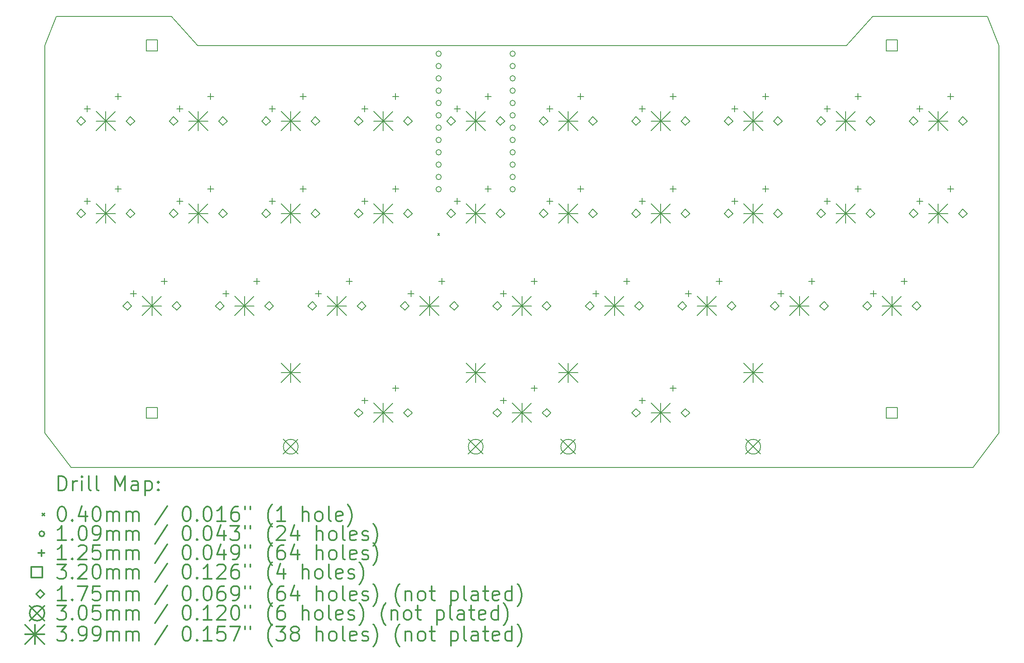
<source format=gbr>
%FSLAX45Y45*%
G04 Gerber Fmt 4.5, Leading zero omitted, Abs format (unit mm)*
G04 Created by KiCad (PCBNEW (5.1.9)-1) date 2021-09-28 02:04:11*
%MOMM*%
%LPD*%
G01*
G04 APERTURE LIST*
%TA.AperFunction,Profile*%
%ADD10C,0.200000*%
%TD*%
%ADD11C,0.200000*%
%ADD12C,0.300000*%
G04 APERTURE END LIST*
D10*
X4748125Y-1300000D02*
X18111875Y-1300000D01*
X18650000Y-700000D02*
X18111875Y-1300000D01*
X18650000Y-700000D02*
X21016875Y-700000D01*
X21255000Y-1300000D02*
X21016875Y-700000D01*
X4210000Y-700000D02*
X4748125Y-1300000D01*
X1605000Y-1300000D02*
X1843125Y-700000D01*
X20716875Y-10000000D02*
X21255000Y-9286875D01*
X1605000Y-9286875D02*
X2143125Y-10000000D01*
X1843125Y-700000D02*
X4210000Y-700000D01*
X21255000Y-1300000D02*
X21255000Y-9286875D01*
X20716875Y-10000000D02*
X2143125Y-10000000D01*
X1605000Y-9286875D02*
X1605000Y-1300000D01*
D11*
X9692960Y-5176840D02*
X9732960Y-5216840D01*
X9732960Y-5176840D02*
X9692960Y-5216840D01*
X9767570Y-1470660D02*
G75*
G03*
X9767570Y-1470660I-54610J0D01*
G01*
X9767570Y-1724660D02*
G75*
G03*
X9767570Y-1724660I-54610J0D01*
G01*
X9767570Y-1978660D02*
G75*
G03*
X9767570Y-1978660I-54610J0D01*
G01*
X9767570Y-2232660D02*
G75*
G03*
X9767570Y-2232660I-54610J0D01*
G01*
X9767570Y-2486660D02*
G75*
G03*
X9767570Y-2486660I-54610J0D01*
G01*
X9767570Y-2740660D02*
G75*
G03*
X9767570Y-2740660I-54610J0D01*
G01*
X9767570Y-2994660D02*
G75*
G03*
X9767570Y-2994660I-54610J0D01*
G01*
X9767570Y-3248660D02*
G75*
G03*
X9767570Y-3248660I-54610J0D01*
G01*
X9767570Y-3502660D02*
G75*
G03*
X9767570Y-3502660I-54610J0D01*
G01*
X9767570Y-3756660D02*
G75*
G03*
X9767570Y-3756660I-54610J0D01*
G01*
X9767570Y-4010660D02*
G75*
G03*
X9767570Y-4010660I-54610J0D01*
G01*
X9767570Y-4264660D02*
G75*
G03*
X9767570Y-4264660I-54610J0D01*
G01*
X11291570Y-1470660D02*
G75*
G03*
X11291570Y-1470660I-54610J0D01*
G01*
X11291570Y-1724660D02*
G75*
G03*
X11291570Y-1724660I-54610J0D01*
G01*
X11291570Y-1978660D02*
G75*
G03*
X11291570Y-1978660I-54610J0D01*
G01*
X11291570Y-2232660D02*
G75*
G03*
X11291570Y-2232660I-54610J0D01*
G01*
X11291570Y-2486660D02*
G75*
G03*
X11291570Y-2486660I-54610J0D01*
G01*
X11291570Y-2740660D02*
G75*
G03*
X11291570Y-2740660I-54610J0D01*
G01*
X11291570Y-2994660D02*
G75*
G03*
X11291570Y-2994660I-54610J0D01*
G01*
X11291570Y-3248660D02*
G75*
G03*
X11291570Y-3248660I-54610J0D01*
G01*
X11291570Y-3502660D02*
G75*
G03*
X11291570Y-3502660I-54610J0D01*
G01*
X11291570Y-3756660D02*
G75*
G03*
X11291570Y-3756660I-54610J0D01*
G01*
X11291570Y-4010660D02*
G75*
G03*
X11291570Y-4010660I-54610J0D01*
G01*
X11291570Y-4264660D02*
G75*
G03*
X11291570Y-4264660I-54610J0D01*
G01*
X2476500Y-2541000D02*
X2476500Y-2666000D01*
X2414000Y-2603500D02*
X2539000Y-2603500D01*
X2476500Y-4446000D02*
X2476500Y-4571000D01*
X2414000Y-4508500D02*
X2539000Y-4508500D01*
X3111500Y-2287000D02*
X3111500Y-2412000D01*
X3049000Y-2349500D02*
X3174000Y-2349500D01*
X3111500Y-4192000D02*
X3111500Y-4317000D01*
X3049000Y-4254500D02*
X3174000Y-4254500D01*
X3429000Y-6351000D02*
X3429000Y-6476000D01*
X3366500Y-6413500D02*
X3491500Y-6413500D01*
X4064000Y-6097000D02*
X4064000Y-6222000D01*
X4001500Y-6159500D02*
X4126500Y-6159500D01*
X4381500Y-2541000D02*
X4381500Y-2666000D01*
X4319000Y-2603500D02*
X4444000Y-2603500D01*
X4381500Y-4446000D02*
X4381500Y-4571000D01*
X4319000Y-4508500D02*
X4444000Y-4508500D01*
X5016500Y-2287000D02*
X5016500Y-2412000D01*
X4954000Y-2349500D02*
X5079000Y-2349500D01*
X5016500Y-4192000D02*
X5016500Y-4317000D01*
X4954000Y-4254500D02*
X5079000Y-4254500D01*
X5334000Y-6351000D02*
X5334000Y-6476000D01*
X5271500Y-6413500D02*
X5396500Y-6413500D01*
X5969000Y-6097000D02*
X5969000Y-6222000D01*
X5906500Y-6159500D02*
X6031500Y-6159500D01*
X6286500Y-2541000D02*
X6286500Y-2666000D01*
X6224000Y-2603500D02*
X6349000Y-2603500D01*
X6286500Y-4446000D02*
X6286500Y-4571000D01*
X6224000Y-4508500D02*
X6349000Y-4508500D01*
X6921500Y-2287000D02*
X6921500Y-2412000D01*
X6859000Y-2349500D02*
X6984000Y-2349500D01*
X6921500Y-4192000D02*
X6921500Y-4317000D01*
X6859000Y-4254500D02*
X6984000Y-4254500D01*
X7239000Y-6351000D02*
X7239000Y-6476000D01*
X7176500Y-6413500D02*
X7301500Y-6413500D01*
X7874000Y-6097000D02*
X7874000Y-6222000D01*
X7811500Y-6159500D02*
X7936500Y-6159500D01*
X8191500Y-2541000D02*
X8191500Y-2666000D01*
X8129000Y-2603500D02*
X8254000Y-2603500D01*
X8191500Y-4446000D02*
X8191500Y-4571000D01*
X8129000Y-4508500D02*
X8254000Y-4508500D01*
X8191500Y-8556000D02*
X8191500Y-8681000D01*
X8129000Y-8618500D02*
X8254000Y-8618500D01*
X8826500Y-2287000D02*
X8826500Y-2412000D01*
X8764000Y-2349500D02*
X8889000Y-2349500D01*
X8826500Y-4192000D02*
X8826500Y-4317000D01*
X8764000Y-4254500D02*
X8889000Y-4254500D01*
X8826500Y-8302000D02*
X8826500Y-8427000D01*
X8764000Y-8364500D02*
X8889000Y-8364500D01*
X9144000Y-6351000D02*
X9144000Y-6476000D01*
X9081500Y-6413500D02*
X9206500Y-6413500D01*
X9779000Y-6097000D02*
X9779000Y-6222000D01*
X9716500Y-6159500D02*
X9841500Y-6159500D01*
X10096500Y-2541000D02*
X10096500Y-2666000D01*
X10034000Y-2603500D02*
X10159000Y-2603500D01*
X10096500Y-4446000D02*
X10096500Y-4571000D01*
X10034000Y-4508500D02*
X10159000Y-4508500D01*
X10731500Y-2287000D02*
X10731500Y-2412000D01*
X10669000Y-2349500D02*
X10794000Y-2349500D01*
X10731500Y-4192000D02*
X10731500Y-4317000D01*
X10669000Y-4254500D02*
X10794000Y-4254500D01*
X11049000Y-6351000D02*
X11049000Y-6476000D01*
X10986500Y-6413500D02*
X11111500Y-6413500D01*
X11049000Y-8556000D02*
X11049000Y-8681000D01*
X10986500Y-8618500D02*
X11111500Y-8618500D01*
X11684000Y-6097000D02*
X11684000Y-6222000D01*
X11621500Y-6159500D02*
X11746500Y-6159500D01*
X11684000Y-8302000D02*
X11684000Y-8427000D01*
X11621500Y-8364500D02*
X11746500Y-8364500D01*
X12001500Y-2541000D02*
X12001500Y-2666000D01*
X11939000Y-2603500D02*
X12064000Y-2603500D01*
X12001500Y-4446000D02*
X12001500Y-4571000D01*
X11939000Y-4508500D02*
X12064000Y-4508500D01*
X12636500Y-2287000D02*
X12636500Y-2412000D01*
X12574000Y-2349500D02*
X12699000Y-2349500D01*
X12636500Y-4192000D02*
X12636500Y-4317000D01*
X12574000Y-4254500D02*
X12699000Y-4254500D01*
X12954000Y-6351000D02*
X12954000Y-6476000D01*
X12891500Y-6413500D02*
X13016500Y-6413500D01*
X13589000Y-6097000D02*
X13589000Y-6222000D01*
X13526500Y-6159500D02*
X13651500Y-6159500D01*
X13906500Y-2541000D02*
X13906500Y-2666000D01*
X13844000Y-2603500D02*
X13969000Y-2603500D01*
X13906500Y-4446000D02*
X13906500Y-4571000D01*
X13844000Y-4508500D02*
X13969000Y-4508500D01*
X13906500Y-8556000D02*
X13906500Y-8681000D01*
X13844000Y-8618500D02*
X13969000Y-8618500D01*
X14541500Y-2287000D02*
X14541500Y-2412000D01*
X14479000Y-2349500D02*
X14604000Y-2349500D01*
X14541500Y-4192000D02*
X14541500Y-4317000D01*
X14479000Y-4254500D02*
X14604000Y-4254500D01*
X14541500Y-8302000D02*
X14541500Y-8427000D01*
X14479000Y-8364500D02*
X14604000Y-8364500D01*
X14859000Y-6351000D02*
X14859000Y-6476000D01*
X14796500Y-6413500D02*
X14921500Y-6413500D01*
X15494000Y-6097000D02*
X15494000Y-6222000D01*
X15431500Y-6159500D02*
X15556500Y-6159500D01*
X15811500Y-2541000D02*
X15811500Y-2666000D01*
X15749000Y-2603500D02*
X15874000Y-2603500D01*
X15811500Y-4446000D02*
X15811500Y-4571000D01*
X15749000Y-4508500D02*
X15874000Y-4508500D01*
X16446500Y-2287000D02*
X16446500Y-2412000D01*
X16384000Y-2349500D02*
X16509000Y-2349500D01*
X16446500Y-4192000D02*
X16446500Y-4317000D01*
X16384000Y-4254500D02*
X16509000Y-4254500D01*
X16764000Y-6351000D02*
X16764000Y-6476000D01*
X16701500Y-6413500D02*
X16826500Y-6413500D01*
X17399000Y-6097000D02*
X17399000Y-6222000D01*
X17336500Y-6159500D02*
X17461500Y-6159500D01*
X17716500Y-2541000D02*
X17716500Y-2666000D01*
X17654000Y-2603500D02*
X17779000Y-2603500D01*
X17716500Y-4446000D02*
X17716500Y-4571000D01*
X17654000Y-4508500D02*
X17779000Y-4508500D01*
X18351500Y-2287000D02*
X18351500Y-2412000D01*
X18289000Y-2349500D02*
X18414000Y-2349500D01*
X18351500Y-4192000D02*
X18351500Y-4317000D01*
X18289000Y-4254500D02*
X18414000Y-4254500D01*
X18669000Y-6351000D02*
X18669000Y-6476000D01*
X18606500Y-6413500D02*
X18731500Y-6413500D01*
X19304000Y-6097000D02*
X19304000Y-6222000D01*
X19241500Y-6159500D02*
X19366500Y-6159500D01*
X19621500Y-2541000D02*
X19621500Y-2666000D01*
X19559000Y-2603500D02*
X19684000Y-2603500D01*
X19621500Y-4446000D02*
X19621500Y-4571000D01*
X19559000Y-4508500D02*
X19684000Y-4508500D01*
X20256500Y-2287000D02*
X20256500Y-2412000D01*
X20194000Y-2349500D02*
X20319000Y-2349500D01*
X20256500Y-4192000D02*
X20256500Y-4317000D01*
X20194000Y-4254500D02*
X20319000Y-4254500D01*
X3923138Y-1413138D02*
X3923138Y-1186862D01*
X3696862Y-1186862D01*
X3696862Y-1413138D01*
X3923138Y-1413138D01*
X3923138Y-8985638D02*
X3923138Y-8759362D01*
X3696862Y-8759362D01*
X3696862Y-8985638D01*
X3923138Y-8985638D01*
X19163138Y-1413138D02*
X19163138Y-1186862D01*
X18936862Y-1186862D01*
X18936862Y-1413138D01*
X19163138Y-1413138D01*
X19163138Y-8985638D02*
X19163138Y-8759362D01*
X18936862Y-8759362D01*
X18936862Y-8985638D01*
X19163138Y-8985638D01*
X2349500Y-2945000D02*
X2437000Y-2857500D01*
X2349500Y-2770000D01*
X2262000Y-2857500D01*
X2349500Y-2945000D01*
X2349500Y-4850000D02*
X2437000Y-4762500D01*
X2349500Y-4675000D01*
X2262000Y-4762500D01*
X2349500Y-4850000D01*
X3302000Y-6755000D02*
X3389500Y-6667500D01*
X3302000Y-6580000D01*
X3214500Y-6667500D01*
X3302000Y-6755000D01*
X3365500Y-2945000D02*
X3453000Y-2857500D01*
X3365500Y-2770000D01*
X3278000Y-2857500D01*
X3365500Y-2945000D01*
X3365500Y-4850000D02*
X3453000Y-4762500D01*
X3365500Y-4675000D01*
X3278000Y-4762500D01*
X3365500Y-4850000D01*
X4254500Y-2945000D02*
X4342000Y-2857500D01*
X4254500Y-2770000D01*
X4167000Y-2857500D01*
X4254500Y-2945000D01*
X4254500Y-4850000D02*
X4342000Y-4762500D01*
X4254500Y-4675000D01*
X4167000Y-4762500D01*
X4254500Y-4850000D01*
X4318000Y-6755000D02*
X4405500Y-6667500D01*
X4318000Y-6580000D01*
X4230500Y-6667500D01*
X4318000Y-6755000D01*
X5207000Y-6755000D02*
X5294500Y-6667500D01*
X5207000Y-6580000D01*
X5119500Y-6667500D01*
X5207000Y-6755000D01*
X5270500Y-2945000D02*
X5358000Y-2857500D01*
X5270500Y-2770000D01*
X5183000Y-2857500D01*
X5270500Y-2945000D01*
X5270500Y-4850000D02*
X5358000Y-4762500D01*
X5270500Y-4675000D01*
X5183000Y-4762500D01*
X5270500Y-4850000D01*
X6159500Y-2945000D02*
X6247000Y-2857500D01*
X6159500Y-2770000D01*
X6072000Y-2857500D01*
X6159500Y-2945000D01*
X6159500Y-4850000D02*
X6247000Y-4762500D01*
X6159500Y-4675000D01*
X6072000Y-4762500D01*
X6159500Y-4850000D01*
X6223000Y-6755000D02*
X6310500Y-6667500D01*
X6223000Y-6580000D01*
X6135500Y-6667500D01*
X6223000Y-6755000D01*
X7112000Y-6755000D02*
X7199500Y-6667500D01*
X7112000Y-6580000D01*
X7024500Y-6667500D01*
X7112000Y-6755000D01*
X7175500Y-2945000D02*
X7263000Y-2857500D01*
X7175500Y-2770000D01*
X7088000Y-2857500D01*
X7175500Y-2945000D01*
X7175500Y-4850000D02*
X7263000Y-4762500D01*
X7175500Y-4675000D01*
X7088000Y-4762500D01*
X7175500Y-4850000D01*
X8064500Y-2945000D02*
X8152000Y-2857500D01*
X8064500Y-2770000D01*
X7977000Y-2857500D01*
X8064500Y-2945000D01*
X8064500Y-4850000D02*
X8152000Y-4762500D01*
X8064500Y-4675000D01*
X7977000Y-4762500D01*
X8064500Y-4850000D01*
X8064500Y-8960000D02*
X8152000Y-8872500D01*
X8064500Y-8785000D01*
X7977000Y-8872500D01*
X8064500Y-8960000D01*
X8128000Y-6755000D02*
X8215500Y-6667500D01*
X8128000Y-6580000D01*
X8040500Y-6667500D01*
X8128000Y-6755000D01*
X9017000Y-6755000D02*
X9104500Y-6667500D01*
X9017000Y-6580000D01*
X8929500Y-6667500D01*
X9017000Y-6755000D01*
X9080500Y-2945000D02*
X9168000Y-2857500D01*
X9080500Y-2770000D01*
X8993000Y-2857500D01*
X9080500Y-2945000D01*
X9080500Y-4850000D02*
X9168000Y-4762500D01*
X9080500Y-4675000D01*
X8993000Y-4762500D01*
X9080500Y-4850000D01*
X9080500Y-8960000D02*
X9168000Y-8872500D01*
X9080500Y-8785000D01*
X8993000Y-8872500D01*
X9080500Y-8960000D01*
X9969500Y-2945000D02*
X10057000Y-2857500D01*
X9969500Y-2770000D01*
X9882000Y-2857500D01*
X9969500Y-2945000D01*
X9969500Y-4850000D02*
X10057000Y-4762500D01*
X9969500Y-4675000D01*
X9882000Y-4762500D01*
X9969500Y-4850000D01*
X10033000Y-6755000D02*
X10120500Y-6667500D01*
X10033000Y-6580000D01*
X9945500Y-6667500D01*
X10033000Y-6755000D01*
X10922000Y-6755000D02*
X11009500Y-6667500D01*
X10922000Y-6580000D01*
X10834500Y-6667500D01*
X10922000Y-6755000D01*
X10922000Y-8960000D02*
X11009500Y-8872500D01*
X10922000Y-8785000D01*
X10834500Y-8872500D01*
X10922000Y-8960000D01*
X10985500Y-2945000D02*
X11073000Y-2857500D01*
X10985500Y-2770000D01*
X10898000Y-2857500D01*
X10985500Y-2945000D01*
X10985500Y-4850000D02*
X11073000Y-4762500D01*
X10985500Y-4675000D01*
X10898000Y-4762500D01*
X10985500Y-4850000D01*
X11874500Y-2945000D02*
X11962000Y-2857500D01*
X11874500Y-2770000D01*
X11787000Y-2857500D01*
X11874500Y-2945000D01*
X11874500Y-4850000D02*
X11962000Y-4762500D01*
X11874500Y-4675000D01*
X11787000Y-4762500D01*
X11874500Y-4850000D01*
X11938000Y-6755000D02*
X12025500Y-6667500D01*
X11938000Y-6580000D01*
X11850500Y-6667500D01*
X11938000Y-6755000D01*
X11938000Y-8960000D02*
X12025500Y-8872500D01*
X11938000Y-8785000D01*
X11850500Y-8872500D01*
X11938000Y-8960000D01*
X12827000Y-6755000D02*
X12914500Y-6667500D01*
X12827000Y-6580000D01*
X12739500Y-6667500D01*
X12827000Y-6755000D01*
X12890500Y-2945000D02*
X12978000Y-2857500D01*
X12890500Y-2770000D01*
X12803000Y-2857500D01*
X12890500Y-2945000D01*
X12890500Y-4850000D02*
X12978000Y-4762500D01*
X12890500Y-4675000D01*
X12803000Y-4762500D01*
X12890500Y-4850000D01*
X13779500Y-2945000D02*
X13867000Y-2857500D01*
X13779500Y-2770000D01*
X13692000Y-2857500D01*
X13779500Y-2945000D01*
X13779500Y-4850000D02*
X13867000Y-4762500D01*
X13779500Y-4675000D01*
X13692000Y-4762500D01*
X13779500Y-4850000D01*
X13779500Y-8960000D02*
X13867000Y-8872500D01*
X13779500Y-8785000D01*
X13692000Y-8872500D01*
X13779500Y-8960000D01*
X13843000Y-6755000D02*
X13930500Y-6667500D01*
X13843000Y-6580000D01*
X13755500Y-6667500D01*
X13843000Y-6755000D01*
X14732000Y-6755000D02*
X14819500Y-6667500D01*
X14732000Y-6580000D01*
X14644500Y-6667500D01*
X14732000Y-6755000D01*
X14795500Y-2945000D02*
X14883000Y-2857500D01*
X14795500Y-2770000D01*
X14708000Y-2857500D01*
X14795500Y-2945000D01*
X14795500Y-4850000D02*
X14883000Y-4762500D01*
X14795500Y-4675000D01*
X14708000Y-4762500D01*
X14795500Y-4850000D01*
X14795500Y-8960000D02*
X14883000Y-8872500D01*
X14795500Y-8785000D01*
X14708000Y-8872500D01*
X14795500Y-8960000D01*
X15684500Y-2945000D02*
X15772000Y-2857500D01*
X15684500Y-2770000D01*
X15597000Y-2857500D01*
X15684500Y-2945000D01*
X15684500Y-4850000D02*
X15772000Y-4762500D01*
X15684500Y-4675000D01*
X15597000Y-4762500D01*
X15684500Y-4850000D01*
X15748000Y-6755000D02*
X15835500Y-6667500D01*
X15748000Y-6580000D01*
X15660500Y-6667500D01*
X15748000Y-6755000D01*
X16637000Y-6755000D02*
X16724500Y-6667500D01*
X16637000Y-6580000D01*
X16549500Y-6667500D01*
X16637000Y-6755000D01*
X16700500Y-2945000D02*
X16788000Y-2857500D01*
X16700500Y-2770000D01*
X16613000Y-2857500D01*
X16700500Y-2945000D01*
X16700500Y-4850000D02*
X16788000Y-4762500D01*
X16700500Y-4675000D01*
X16613000Y-4762500D01*
X16700500Y-4850000D01*
X17589500Y-2945000D02*
X17677000Y-2857500D01*
X17589500Y-2770000D01*
X17502000Y-2857500D01*
X17589500Y-2945000D01*
X17589500Y-4850000D02*
X17677000Y-4762500D01*
X17589500Y-4675000D01*
X17502000Y-4762500D01*
X17589500Y-4850000D01*
X17653000Y-6755000D02*
X17740500Y-6667500D01*
X17653000Y-6580000D01*
X17565500Y-6667500D01*
X17653000Y-6755000D01*
X18542000Y-6755000D02*
X18629500Y-6667500D01*
X18542000Y-6580000D01*
X18454500Y-6667500D01*
X18542000Y-6755000D01*
X18605500Y-2945000D02*
X18693000Y-2857500D01*
X18605500Y-2770000D01*
X18518000Y-2857500D01*
X18605500Y-2945000D01*
X18605500Y-4850000D02*
X18693000Y-4762500D01*
X18605500Y-4675000D01*
X18518000Y-4762500D01*
X18605500Y-4850000D01*
X19494500Y-2945000D02*
X19582000Y-2857500D01*
X19494500Y-2770000D01*
X19407000Y-2857500D01*
X19494500Y-2945000D01*
X19494500Y-4850000D02*
X19582000Y-4762500D01*
X19494500Y-4675000D01*
X19407000Y-4762500D01*
X19494500Y-4850000D01*
X19558000Y-6755000D02*
X19645500Y-6667500D01*
X19558000Y-6580000D01*
X19470500Y-6667500D01*
X19558000Y-6755000D01*
X20510500Y-2945000D02*
X20598000Y-2857500D01*
X20510500Y-2770000D01*
X20423000Y-2857500D01*
X20510500Y-2945000D01*
X20510500Y-4850000D02*
X20598000Y-4762500D01*
X20510500Y-4675000D01*
X20423000Y-4762500D01*
X20510500Y-4850000D01*
X6515100Y-9418600D02*
X6819900Y-9723400D01*
X6819900Y-9418600D02*
X6515100Y-9723400D01*
X6819900Y-9571000D02*
G75*
G03*
X6819900Y-9571000I-152400J0D01*
G01*
X6515100Y-9418600D02*
X6819900Y-9723400D01*
X6819900Y-9418600D02*
X6515100Y-9723400D01*
X6819900Y-9571000D02*
G75*
G03*
X6819900Y-9571000I-152400J0D01*
G01*
X10325100Y-9418600D02*
X10629900Y-9723400D01*
X10629900Y-9418600D02*
X10325100Y-9723400D01*
X10629900Y-9571000D02*
G75*
G03*
X10629900Y-9571000I-152400J0D01*
G01*
X12230100Y-9418600D02*
X12534900Y-9723400D01*
X12534900Y-9418600D02*
X12230100Y-9723400D01*
X12534900Y-9571000D02*
G75*
G03*
X12534900Y-9571000I-152400J0D01*
G01*
X16040100Y-9418600D02*
X16344900Y-9723400D01*
X16344900Y-9418600D02*
X16040100Y-9723400D01*
X16344900Y-9571000D02*
G75*
G03*
X16344900Y-9571000I-152400J0D01*
G01*
X16040100Y-9418600D02*
X16344900Y-9723400D01*
X16344900Y-9418600D02*
X16040100Y-9723400D01*
X16344900Y-9571000D02*
G75*
G03*
X16344900Y-9571000I-152400J0D01*
G01*
X2658110Y-2658110D02*
X3056890Y-3056890D01*
X3056890Y-2658110D02*
X2658110Y-3056890D01*
X2857500Y-2658110D02*
X2857500Y-3056890D01*
X2658110Y-2857500D02*
X3056890Y-2857500D01*
X2658110Y-4563110D02*
X3056890Y-4961890D01*
X3056890Y-4563110D02*
X2658110Y-4961890D01*
X2857500Y-4563110D02*
X2857500Y-4961890D01*
X2658110Y-4762500D02*
X3056890Y-4762500D01*
X3610610Y-6468110D02*
X4009390Y-6866890D01*
X4009390Y-6468110D02*
X3610610Y-6866890D01*
X3810000Y-6468110D02*
X3810000Y-6866890D01*
X3610610Y-6667500D02*
X4009390Y-6667500D01*
X4563110Y-2658110D02*
X4961890Y-3056890D01*
X4961890Y-2658110D02*
X4563110Y-3056890D01*
X4762500Y-2658110D02*
X4762500Y-3056890D01*
X4563110Y-2857500D02*
X4961890Y-2857500D01*
X4563110Y-4563110D02*
X4961890Y-4961890D01*
X4961890Y-4563110D02*
X4563110Y-4961890D01*
X4762500Y-4563110D02*
X4762500Y-4961890D01*
X4563110Y-4762500D02*
X4961890Y-4762500D01*
X5515610Y-6468110D02*
X5914390Y-6866890D01*
X5914390Y-6468110D02*
X5515610Y-6866890D01*
X5715000Y-6468110D02*
X5715000Y-6866890D01*
X5515610Y-6667500D02*
X5914390Y-6667500D01*
X6468110Y-2658110D02*
X6866890Y-3056890D01*
X6866890Y-2658110D02*
X6468110Y-3056890D01*
X6667500Y-2658110D02*
X6667500Y-3056890D01*
X6468110Y-2857500D02*
X6866890Y-2857500D01*
X6468110Y-4563110D02*
X6866890Y-4961890D01*
X6866890Y-4563110D02*
X6468110Y-4961890D01*
X6667500Y-4563110D02*
X6667500Y-4961890D01*
X6468110Y-4762500D02*
X6866890Y-4762500D01*
X6468110Y-7847610D02*
X6866890Y-8246390D01*
X6866890Y-7847610D02*
X6468110Y-8246390D01*
X6667500Y-7847610D02*
X6667500Y-8246390D01*
X6468110Y-8047000D02*
X6866890Y-8047000D01*
X6468110Y-7847610D02*
X6866890Y-8246390D01*
X6866890Y-7847610D02*
X6468110Y-8246390D01*
X6667500Y-7847610D02*
X6667500Y-8246390D01*
X6468110Y-8047000D02*
X6866890Y-8047000D01*
X7420610Y-6468110D02*
X7819390Y-6866890D01*
X7819390Y-6468110D02*
X7420610Y-6866890D01*
X7620000Y-6468110D02*
X7620000Y-6866890D01*
X7420610Y-6667500D02*
X7819390Y-6667500D01*
X8373110Y-2658110D02*
X8771890Y-3056890D01*
X8771890Y-2658110D02*
X8373110Y-3056890D01*
X8572500Y-2658110D02*
X8572500Y-3056890D01*
X8373110Y-2857500D02*
X8771890Y-2857500D01*
X8373110Y-4563110D02*
X8771890Y-4961890D01*
X8771890Y-4563110D02*
X8373110Y-4961890D01*
X8572500Y-4563110D02*
X8572500Y-4961890D01*
X8373110Y-4762500D02*
X8771890Y-4762500D01*
X8373110Y-8673110D02*
X8771890Y-9071890D01*
X8771890Y-8673110D02*
X8373110Y-9071890D01*
X8572500Y-8673110D02*
X8572500Y-9071890D01*
X8373110Y-8872500D02*
X8771890Y-8872500D01*
X9325610Y-6468110D02*
X9724390Y-6866890D01*
X9724390Y-6468110D02*
X9325610Y-6866890D01*
X9525000Y-6468110D02*
X9525000Y-6866890D01*
X9325610Y-6667500D02*
X9724390Y-6667500D01*
X10278110Y-2658110D02*
X10676890Y-3056890D01*
X10676890Y-2658110D02*
X10278110Y-3056890D01*
X10477500Y-2658110D02*
X10477500Y-3056890D01*
X10278110Y-2857500D02*
X10676890Y-2857500D01*
X10278110Y-4563110D02*
X10676890Y-4961890D01*
X10676890Y-4563110D02*
X10278110Y-4961890D01*
X10477500Y-4563110D02*
X10477500Y-4961890D01*
X10278110Y-4762500D02*
X10676890Y-4762500D01*
X10278110Y-7847610D02*
X10676890Y-8246390D01*
X10676890Y-7847610D02*
X10278110Y-8246390D01*
X10477500Y-7847610D02*
X10477500Y-8246390D01*
X10278110Y-8047000D02*
X10676890Y-8047000D01*
X11230610Y-6468110D02*
X11629390Y-6866890D01*
X11629390Y-6468110D02*
X11230610Y-6866890D01*
X11430000Y-6468110D02*
X11430000Y-6866890D01*
X11230610Y-6667500D02*
X11629390Y-6667500D01*
X11230610Y-8673110D02*
X11629390Y-9071890D01*
X11629390Y-8673110D02*
X11230610Y-9071890D01*
X11430000Y-8673110D02*
X11430000Y-9071890D01*
X11230610Y-8872500D02*
X11629390Y-8872500D01*
X12183110Y-2658110D02*
X12581890Y-3056890D01*
X12581890Y-2658110D02*
X12183110Y-3056890D01*
X12382500Y-2658110D02*
X12382500Y-3056890D01*
X12183110Y-2857500D02*
X12581890Y-2857500D01*
X12183110Y-4563110D02*
X12581890Y-4961890D01*
X12581890Y-4563110D02*
X12183110Y-4961890D01*
X12382500Y-4563110D02*
X12382500Y-4961890D01*
X12183110Y-4762500D02*
X12581890Y-4762500D01*
X12183110Y-7847610D02*
X12581890Y-8246390D01*
X12581890Y-7847610D02*
X12183110Y-8246390D01*
X12382500Y-7847610D02*
X12382500Y-8246390D01*
X12183110Y-8047000D02*
X12581890Y-8047000D01*
X13135610Y-6468110D02*
X13534390Y-6866890D01*
X13534390Y-6468110D02*
X13135610Y-6866890D01*
X13335000Y-6468110D02*
X13335000Y-6866890D01*
X13135610Y-6667500D02*
X13534390Y-6667500D01*
X14088110Y-2658110D02*
X14486890Y-3056890D01*
X14486890Y-2658110D02*
X14088110Y-3056890D01*
X14287500Y-2658110D02*
X14287500Y-3056890D01*
X14088110Y-2857500D02*
X14486890Y-2857500D01*
X14088110Y-4563110D02*
X14486890Y-4961890D01*
X14486890Y-4563110D02*
X14088110Y-4961890D01*
X14287500Y-4563110D02*
X14287500Y-4961890D01*
X14088110Y-4762500D02*
X14486890Y-4762500D01*
X14088110Y-8673110D02*
X14486890Y-9071890D01*
X14486890Y-8673110D02*
X14088110Y-9071890D01*
X14287500Y-8673110D02*
X14287500Y-9071890D01*
X14088110Y-8872500D02*
X14486890Y-8872500D01*
X15040610Y-6468110D02*
X15439390Y-6866890D01*
X15439390Y-6468110D02*
X15040610Y-6866890D01*
X15240000Y-6468110D02*
X15240000Y-6866890D01*
X15040610Y-6667500D02*
X15439390Y-6667500D01*
X15993110Y-2658110D02*
X16391890Y-3056890D01*
X16391890Y-2658110D02*
X15993110Y-3056890D01*
X16192500Y-2658110D02*
X16192500Y-3056890D01*
X15993110Y-2857500D02*
X16391890Y-2857500D01*
X15993110Y-4563110D02*
X16391890Y-4961890D01*
X16391890Y-4563110D02*
X15993110Y-4961890D01*
X16192500Y-4563110D02*
X16192500Y-4961890D01*
X15993110Y-4762500D02*
X16391890Y-4762500D01*
X15993110Y-7847610D02*
X16391890Y-8246390D01*
X16391890Y-7847610D02*
X15993110Y-8246390D01*
X16192500Y-7847610D02*
X16192500Y-8246390D01*
X15993110Y-8047000D02*
X16391890Y-8047000D01*
X15993110Y-7847610D02*
X16391890Y-8246390D01*
X16391890Y-7847610D02*
X15993110Y-8246390D01*
X16192500Y-7847610D02*
X16192500Y-8246390D01*
X15993110Y-8047000D02*
X16391890Y-8047000D01*
X16945610Y-6468110D02*
X17344390Y-6866890D01*
X17344390Y-6468110D02*
X16945610Y-6866890D01*
X17145000Y-6468110D02*
X17145000Y-6866890D01*
X16945610Y-6667500D02*
X17344390Y-6667500D01*
X17898110Y-2658110D02*
X18296890Y-3056890D01*
X18296890Y-2658110D02*
X17898110Y-3056890D01*
X18097500Y-2658110D02*
X18097500Y-3056890D01*
X17898110Y-2857500D02*
X18296890Y-2857500D01*
X17898110Y-4563110D02*
X18296890Y-4961890D01*
X18296890Y-4563110D02*
X17898110Y-4961890D01*
X18097500Y-4563110D02*
X18097500Y-4961890D01*
X17898110Y-4762500D02*
X18296890Y-4762500D01*
X18850610Y-6468110D02*
X19249390Y-6866890D01*
X19249390Y-6468110D02*
X18850610Y-6866890D01*
X19050000Y-6468110D02*
X19050000Y-6866890D01*
X18850610Y-6667500D02*
X19249390Y-6667500D01*
X19803110Y-2658110D02*
X20201890Y-3056890D01*
X20201890Y-2658110D02*
X19803110Y-3056890D01*
X20002500Y-2658110D02*
X20002500Y-3056890D01*
X19803110Y-2857500D02*
X20201890Y-2857500D01*
X19803110Y-4563110D02*
X20201890Y-4961890D01*
X20201890Y-4563110D02*
X19803110Y-4961890D01*
X20002500Y-4563110D02*
X20002500Y-4961890D01*
X19803110Y-4762500D02*
X20201890Y-4762500D01*
D12*
X1881428Y-10475714D02*
X1881428Y-10175714D01*
X1952857Y-10175714D01*
X1995714Y-10190000D01*
X2024286Y-10218572D01*
X2038571Y-10247143D01*
X2052857Y-10304286D01*
X2052857Y-10347143D01*
X2038571Y-10404286D01*
X2024286Y-10432857D01*
X1995714Y-10461429D01*
X1952857Y-10475714D01*
X1881428Y-10475714D01*
X2181428Y-10475714D02*
X2181428Y-10275714D01*
X2181428Y-10332857D02*
X2195714Y-10304286D01*
X2210000Y-10290000D01*
X2238571Y-10275714D01*
X2267143Y-10275714D01*
X2367143Y-10475714D02*
X2367143Y-10275714D01*
X2367143Y-10175714D02*
X2352857Y-10190000D01*
X2367143Y-10204286D01*
X2381428Y-10190000D01*
X2367143Y-10175714D01*
X2367143Y-10204286D01*
X2552857Y-10475714D02*
X2524286Y-10461429D01*
X2510000Y-10432857D01*
X2510000Y-10175714D01*
X2710000Y-10475714D02*
X2681428Y-10461429D01*
X2667143Y-10432857D01*
X2667143Y-10175714D01*
X3052857Y-10475714D02*
X3052857Y-10175714D01*
X3152857Y-10390000D01*
X3252857Y-10175714D01*
X3252857Y-10475714D01*
X3524286Y-10475714D02*
X3524286Y-10318572D01*
X3510000Y-10290000D01*
X3481428Y-10275714D01*
X3424286Y-10275714D01*
X3395714Y-10290000D01*
X3524286Y-10461429D02*
X3495714Y-10475714D01*
X3424286Y-10475714D01*
X3395714Y-10461429D01*
X3381428Y-10432857D01*
X3381428Y-10404286D01*
X3395714Y-10375714D01*
X3424286Y-10361429D01*
X3495714Y-10361429D01*
X3524286Y-10347143D01*
X3667143Y-10275714D02*
X3667143Y-10575714D01*
X3667143Y-10290000D02*
X3695714Y-10275714D01*
X3752857Y-10275714D01*
X3781428Y-10290000D01*
X3795714Y-10304286D01*
X3810000Y-10332857D01*
X3810000Y-10418572D01*
X3795714Y-10447143D01*
X3781428Y-10461429D01*
X3752857Y-10475714D01*
X3695714Y-10475714D01*
X3667143Y-10461429D01*
X3938571Y-10447143D02*
X3952857Y-10461429D01*
X3938571Y-10475714D01*
X3924286Y-10461429D01*
X3938571Y-10447143D01*
X3938571Y-10475714D01*
X3938571Y-10290000D02*
X3952857Y-10304286D01*
X3938571Y-10318572D01*
X3924286Y-10304286D01*
X3938571Y-10290000D01*
X3938571Y-10318572D01*
X1555000Y-10950000D02*
X1595000Y-10990000D01*
X1595000Y-10950000D02*
X1555000Y-10990000D01*
X1938571Y-10805714D02*
X1967143Y-10805714D01*
X1995714Y-10820000D01*
X2010000Y-10834286D01*
X2024286Y-10862857D01*
X2038571Y-10920000D01*
X2038571Y-10991429D01*
X2024286Y-11048572D01*
X2010000Y-11077143D01*
X1995714Y-11091429D01*
X1967143Y-11105714D01*
X1938571Y-11105714D01*
X1910000Y-11091429D01*
X1895714Y-11077143D01*
X1881428Y-11048572D01*
X1867143Y-10991429D01*
X1867143Y-10920000D01*
X1881428Y-10862857D01*
X1895714Y-10834286D01*
X1910000Y-10820000D01*
X1938571Y-10805714D01*
X2167143Y-11077143D02*
X2181428Y-11091429D01*
X2167143Y-11105714D01*
X2152857Y-11091429D01*
X2167143Y-11077143D01*
X2167143Y-11105714D01*
X2438571Y-10905714D02*
X2438571Y-11105714D01*
X2367143Y-10791429D02*
X2295714Y-11005714D01*
X2481428Y-11005714D01*
X2652857Y-10805714D02*
X2681428Y-10805714D01*
X2710000Y-10820000D01*
X2724286Y-10834286D01*
X2738571Y-10862857D01*
X2752857Y-10920000D01*
X2752857Y-10991429D01*
X2738571Y-11048572D01*
X2724286Y-11077143D01*
X2710000Y-11091429D01*
X2681428Y-11105714D01*
X2652857Y-11105714D01*
X2624286Y-11091429D01*
X2610000Y-11077143D01*
X2595714Y-11048572D01*
X2581428Y-10991429D01*
X2581428Y-10920000D01*
X2595714Y-10862857D01*
X2610000Y-10834286D01*
X2624286Y-10820000D01*
X2652857Y-10805714D01*
X2881428Y-11105714D02*
X2881428Y-10905714D01*
X2881428Y-10934286D02*
X2895714Y-10920000D01*
X2924286Y-10905714D01*
X2967143Y-10905714D01*
X2995714Y-10920000D01*
X3010000Y-10948572D01*
X3010000Y-11105714D01*
X3010000Y-10948572D02*
X3024286Y-10920000D01*
X3052857Y-10905714D01*
X3095714Y-10905714D01*
X3124286Y-10920000D01*
X3138571Y-10948572D01*
X3138571Y-11105714D01*
X3281428Y-11105714D02*
X3281428Y-10905714D01*
X3281428Y-10934286D02*
X3295714Y-10920000D01*
X3324286Y-10905714D01*
X3367143Y-10905714D01*
X3395714Y-10920000D01*
X3410000Y-10948572D01*
X3410000Y-11105714D01*
X3410000Y-10948572D02*
X3424286Y-10920000D01*
X3452857Y-10905714D01*
X3495714Y-10905714D01*
X3524286Y-10920000D01*
X3538571Y-10948572D01*
X3538571Y-11105714D01*
X4124286Y-10791429D02*
X3867143Y-11177143D01*
X4510000Y-10805714D02*
X4538571Y-10805714D01*
X4567143Y-10820000D01*
X4581428Y-10834286D01*
X4595714Y-10862857D01*
X4610000Y-10920000D01*
X4610000Y-10991429D01*
X4595714Y-11048572D01*
X4581428Y-11077143D01*
X4567143Y-11091429D01*
X4538571Y-11105714D01*
X4510000Y-11105714D01*
X4481428Y-11091429D01*
X4467143Y-11077143D01*
X4452857Y-11048572D01*
X4438571Y-10991429D01*
X4438571Y-10920000D01*
X4452857Y-10862857D01*
X4467143Y-10834286D01*
X4481428Y-10820000D01*
X4510000Y-10805714D01*
X4738571Y-11077143D02*
X4752857Y-11091429D01*
X4738571Y-11105714D01*
X4724286Y-11091429D01*
X4738571Y-11077143D01*
X4738571Y-11105714D01*
X4938571Y-10805714D02*
X4967143Y-10805714D01*
X4995714Y-10820000D01*
X5010000Y-10834286D01*
X5024286Y-10862857D01*
X5038571Y-10920000D01*
X5038571Y-10991429D01*
X5024286Y-11048572D01*
X5010000Y-11077143D01*
X4995714Y-11091429D01*
X4967143Y-11105714D01*
X4938571Y-11105714D01*
X4910000Y-11091429D01*
X4895714Y-11077143D01*
X4881428Y-11048572D01*
X4867143Y-10991429D01*
X4867143Y-10920000D01*
X4881428Y-10862857D01*
X4895714Y-10834286D01*
X4910000Y-10820000D01*
X4938571Y-10805714D01*
X5324286Y-11105714D02*
X5152857Y-11105714D01*
X5238571Y-11105714D02*
X5238571Y-10805714D01*
X5210000Y-10848572D01*
X5181428Y-10877143D01*
X5152857Y-10891429D01*
X5581428Y-10805714D02*
X5524286Y-10805714D01*
X5495714Y-10820000D01*
X5481428Y-10834286D01*
X5452857Y-10877143D01*
X5438571Y-10934286D01*
X5438571Y-11048572D01*
X5452857Y-11077143D01*
X5467143Y-11091429D01*
X5495714Y-11105714D01*
X5552857Y-11105714D01*
X5581428Y-11091429D01*
X5595714Y-11077143D01*
X5610000Y-11048572D01*
X5610000Y-10977143D01*
X5595714Y-10948572D01*
X5581428Y-10934286D01*
X5552857Y-10920000D01*
X5495714Y-10920000D01*
X5467143Y-10934286D01*
X5452857Y-10948572D01*
X5438571Y-10977143D01*
X5724286Y-10805714D02*
X5724286Y-10862857D01*
X5838571Y-10805714D02*
X5838571Y-10862857D01*
X6281428Y-11220000D02*
X6267143Y-11205714D01*
X6238571Y-11162857D01*
X6224286Y-11134286D01*
X6210000Y-11091429D01*
X6195714Y-11020000D01*
X6195714Y-10962857D01*
X6210000Y-10891429D01*
X6224286Y-10848572D01*
X6238571Y-10820000D01*
X6267143Y-10777143D01*
X6281428Y-10762857D01*
X6552857Y-11105714D02*
X6381428Y-11105714D01*
X6467143Y-11105714D02*
X6467143Y-10805714D01*
X6438571Y-10848572D01*
X6410000Y-10877143D01*
X6381428Y-10891429D01*
X6910000Y-11105714D02*
X6910000Y-10805714D01*
X7038571Y-11105714D02*
X7038571Y-10948572D01*
X7024286Y-10920000D01*
X6995714Y-10905714D01*
X6952857Y-10905714D01*
X6924286Y-10920000D01*
X6910000Y-10934286D01*
X7224286Y-11105714D02*
X7195714Y-11091429D01*
X7181428Y-11077143D01*
X7167143Y-11048572D01*
X7167143Y-10962857D01*
X7181428Y-10934286D01*
X7195714Y-10920000D01*
X7224286Y-10905714D01*
X7267143Y-10905714D01*
X7295714Y-10920000D01*
X7310000Y-10934286D01*
X7324286Y-10962857D01*
X7324286Y-11048572D01*
X7310000Y-11077143D01*
X7295714Y-11091429D01*
X7267143Y-11105714D01*
X7224286Y-11105714D01*
X7495714Y-11105714D02*
X7467143Y-11091429D01*
X7452857Y-11062857D01*
X7452857Y-10805714D01*
X7724286Y-11091429D02*
X7695714Y-11105714D01*
X7638571Y-11105714D01*
X7610000Y-11091429D01*
X7595714Y-11062857D01*
X7595714Y-10948572D01*
X7610000Y-10920000D01*
X7638571Y-10905714D01*
X7695714Y-10905714D01*
X7724286Y-10920000D01*
X7738571Y-10948572D01*
X7738571Y-10977143D01*
X7595714Y-11005714D01*
X7838571Y-11220000D02*
X7852857Y-11205714D01*
X7881428Y-11162857D01*
X7895714Y-11134286D01*
X7910000Y-11091429D01*
X7924286Y-11020000D01*
X7924286Y-10962857D01*
X7910000Y-10891429D01*
X7895714Y-10848572D01*
X7881428Y-10820000D01*
X7852857Y-10777143D01*
X7838571Y-10762857D01*
X1595000Y-11366000D02*
G75*
G03*
X1595000Y-11366000I-54610J0D01*
G01*
X2038571Y-11501714D02*
X1867143Y-11501714D01*
X1952857Y-11501714D02*
X1952857Y-11201714D01*
X1924286Y-11244571D01*
X1895714Y-11273143D01*
X1867143Y-11287429D01*
X2167143Y-11473143D02*
X2181428Y-11487429D01*
X2167143Y-11501714D01*
X2152857Y-11487429D01*
X2167143Y-11473143D01*
X2167143Y-11501714D01*
X2367143Y-11201714D02*
X2395714Y-11201714D01*
X2424286Y-11216000D01*
X2438571Y-11230286D01*
X2452857Y-11258857D01*
X2467143Y-11316000D01*
X2467143Y-11387429D01*
X2452857Y-11444571D01*
X2438571Y-11473143D01*
X2424286Y-11487429D01*
X2395714Y-11501714D01*
X2367143Y-11501714D01*
X2338571Y-11487429D01*
X2324286Y-11473143D01*
X2310000Y-11444571D01*
X2295714Y-11387429D01*
X2295714Y-11316000D01*
X2310000Y-11258857D01*
X2324286Y-11230286D01*
X2338571Y-11216000D01*
X2367143Y-11201714D01*
X2610000Y-11501714D02*
X2667143Y-11501714D01*
X2695714Y-11487429D01*
X2710000Y-11473143D01*
X2738571Y-11430286D01*
X2752857Y-11373143D01*
X2752857Y-11258857D01*
X2738571Y-11230286D01*
X2724286Y-11216000D01*
X2695714Y-11201714D01*
X2638571Y-11201714D01*
X2610000Y-11216000D01*
X2595714Y-11230286D01*
X2581428Y-11258857D01*
X2581428Y-11330286D01*
X2595714Y-11358857D01*
X2610000Y-11373143D01*
X2638571Y-11387429D01*
X2695714Y-11387429D01*
X2724286Y-11373143D01*
X2738571Y-11358857D01*
X2752857Y-11330286D01*
X2881428Y-11501714D02*
X2881428Y-11301714D01*
X2881428Y-11330286D02*
X2895714Y-11316000D01*
X2924286Y-11301714D01*
X2967143Y-11301714D01*
X2995714Y-11316000D01*
X3010000Y-11344571D01*
X3010000Y-11501714D01*
X3010000Y-11344571D02*
X3024286Y-11316000D01*
X3052857Y-11301714D01*
X3095714Y-11301714D01*
X3124286Y-11316000D01*
X3138571Y-11344571D01*
X3138571Y-11501714D01*
X3281428Y-11501714D02*
X3281428Y-11301714D01*
X3281428Y-11330286D02*
X3295714Y-11316000D01*
X3324286Y-11301714D01*
X3367143Y-11301714D01*
X3395714Y-11316000D01*
X3410000Y-11344571D01*
X3410000Y-11501714D01*
X3410000Y-11344571D02*
X3424286Y-11316000D01*
X3452857Y-11301714D01*
X3495714Y-11301714D01*
X3524286Y-11316000D01*
X3538571Y-11344571D01*
X3538571Y-11501714D01*
X4124286Y-11187429D02*
X3867143Y-11573143D01*
X4510000Y-11201714D02*
X4538571Y-11201714D01*
X4567143Y-11216000D01*
X4581428Y-11230286D01*
X4595714Y-11258857D01*
X4610000Y-11316000D01*
X4610000Y-11387429D01*
X4595714Y-11444571D01*
X4581428Y-11473143D01*
X4567143Y-11487429D01*
X4538571Y-11501714D01*
X4510000Y-11501714D01*
X4481428Y-11487429D01*
X4467143Y-11473143D01*
X4452857Y-11444571D01*
X4438571Y-11387429D01*
X4438571Y-11316000D01*
X4452857Y-11258857D01*
X4467143Y-11230286D01*
X4481428Y-11216000D01*
X4510000Y-11201714D01*
X4738571Y-11473143D02*
X4752857Y-11487429D01*
X4738571Y-11501714D01*
X4724286Y-11487429D01*
X4738571Y-11473143D01*
X4738571Y-11501714D01*
X4938571Y-11201714D02*
X4967143Y-11201714D01*
X4995714Y-11216000D01*
X5010000Y-11230286D01*
X5024286Y-11258857D01*
X5038571Y-11316000D01*
X5038571Y-11387429D01*
X5024286Y-11444571D01*
X5010000Y-11473143D01*
X4995714Y-11487429D01*
X4967143Y-11501714D01*
X4938571Y-11501714D01*
X4910000Y-11487429D01*
X4895714Y-11473143D01*
X4881428Y-11444571D01*
X4867143Y-11387429D01*
X4867143Y-11316000D01*
X4881428Y-11258857D01*
X4895714Y-11230286D01*
X4910000Y-11216000D01*
X4938571Y-11201714D01*
X5295714Y-11301714D02*
X5295714Y-11501714D01*
X5224286Y-11187429D02*
X5152857Y-11401714D01*
X5338571Y-11401714D01*
X5424286Y-11201714D02*
X5610000Y-11201714D01*
X5510000Y-11316000D01*
X5552857Y-11316000D01*
X5581428Y-11330286D01*
X5595714Y-11344571D01*
X5610000Y-11373143D01*
X5610000Y-11444571D01*
X5595714Y-11473143D01*
X5581428Y-11487429D01*
X5552857Y-11501714D01*
X5467143Y-11501714D01*
X5438571Y-11487429D01*
X5424286Y-11473143D01*
X5724286Y-11201714D02*
X5724286Y-11258857D01*
X5838571Y-11201714D02*
X5838571Y-11258857D01*
X6281428Y-11616000D02*
X6267143Y-11601714D01*
X6238571Y-11558857D01*
X6224286Y-11530286D01*
X6210000Y-11487429D01*
X6195714Y-11416000D01*
X6195714Y-11358857D01*
X6210000Y-11287429D01*
X6224286Y-11244571D01*
X6238571Y-11216000D01*
X6267143Y-11173143D01*
X6281428Y-11158857D01*
X6381428Y-11230286D02*
X6395714Y-11216000D01*
X6424286Y-11201714D01*
X6495714Y-11201714D01*
X6524286Y-11216000D01*
X6538571Y-11230286D01*
X6552857Y-11258857D01*
X6552857Y-11287429D01*
X6538571Y-11330286D01*
X6367143Y-11501714D01*
X6552857Y-11501714D01*
X6810000Y-11301714D02*
X6810000Y-11501714D01*
X6738571Y-11187429D02*
X6667143Y-11401714D01*
X6852857Y-11401714D01*
X7195714Y-11501714D02*
X7195714Y-11201714D01*
X7324286Y-11501714D02*
X7324286Y-11344571D01*
X7310000Y-11316000D01*
X7281428Y-11301714D01*
X7238571Y-11301714D01*
X7210000Y-11316000D01*
X7195714Y-11330286D01*
X7510000Y-11501714D02*
X7481428Y-11487429D01*
X7467143Y-11473143D01*
X7452857Y-11444571D01*
X7452857Y-11358857D01*
X7467143Y-11330286D01*
X7481428Y-11316000D01*
X7510000Y-11301714D01*
X7552857Y-11301714D01*
X7581428Y-11316000D01*
X7595714Y-11330286D01*
X7610000Y-11358857D01*
X7610000Y-11444571D01*
X7595714Y-11473143D01*
X7581428Y-11487429D01*
X7552857Y-11501714D01*
X7510000Y-11501714D01*
X7781428Y-11501714D02*
X7752857Y-11487429D01*
X7738571Y-11458857D01*
X7738571Y-11201714D01*
X8010000Y-11487429D02*
X7981428Y-11501714D01*
X7924286Y-11501714D01*
X7895714Y-11487429D01*
X7881428Y-11458857D01*
X7881428Y-11344571D01*
X7895714Y-11316000D01*
X7924286Y-11301714D01*
X7981428Y-11301714D01*
X8010000Y-11316000D01*
X8024286Y-11344571D01*
X8024286Y-11373143D01*
X7881428Y-11401714D01*
X8138571Y-11487429D02*
X8167143Y-11501714D01*
X8224286Y-11501714D01*
X8252857Y-11487429D01*
X8267143Y-11458857D01*
X8267143Y-11444571D01*
X8252857Y-11416000D01*
X8224286Y-11401714D01*
X8181428Y-11401714D01*
X8152857Y-11387429D01*
X8138571Y-11358857D01*
X8138571Y-11344571D01*
X8152857Y-11316000D01*
X8181428Y-11301714D01*
X8224286Y-11301714D01*
X8252857Y-11316000D01*
X8367143Y-11616000D02*
X8381428Y-11601714D01*
X8410000Y-11558857D01*
X8424286Y-11530286D01*
X8438571Y-11487429D01*
X8452857Y-11416000D01*
X8452857Y-11358857D01*
X8438571Y-11287429D01*
X8424286Y-11244571D01*
X8410000Y-11216000D01*
X8381428Y-11173143D01*
X8367143Y-11158857D01*
X1532500Y-11699500D02*
X1532500Y-11824500D01*
X1470000Y-11762000D02*
X1595000Y-11762000D01*
X2038571Y-11897714D02*
X1867143Y-11897714D01*
X1952857Y-11897714D02*
X1952857Y-11597714D01*
X1924286Y-11640571D01*
X1895714Y-11669143D01*
X1867143Y-11683429D01*
X2167143Y-11869143D02*
X2181428Y-11883429D01*
X2167143Y-11897714D01*
X2152857Y-11883429D01*
X2167143Y-11869143D01*
X2167143Y-11897714D01*
X2295714Y-11626286D02*
X2310000Y-11612000D01*
X2338571Y-11597714D01*
X2410000Y-11597714D01*
X2438571Y-11612000D01*
X2452857Y-11626286D01*
X2467143Y-11654857D01*
X2467143Y-11683429D01*
X2452857Y-11726286D01*
X2281428Y-11897714D01*
X2467143Y-11897714D01*
X2738571Y-11597714D02*
X2595714Y-11597714D01*
X2581428Y-11740571D01*
X2595714Y-11726286D01*
X2624286Y-11712000D01*
X2695714Y-11712000D01*
X2724286Y-11726286D01*
X2738571Y-11740571D01*
X2752857Y-11769143D01*
X2752857Y-11840571D01*
X2738571Y-11869143D01*
X2724286Y-11883429D01*
X2695714Y-11897714D01*
X2624286Y-11897714D01*
X2595714Y-11883429D01*
X2581428Y-11869143D01*
X2881428Y-11897714D02*
X2881428Y-11697714D01*
X2881428Y-11726286D02*
X2895714Y-11712000D01*
X2924286Y-11697714D01*
X2967143Y-11697714D01*
X2995714Y-11712000D01*
X3010000Y-11740571D01*
X3010000Y-11897714D01*
X3010000Y-11740571D02*
X3024286Y-11712000D01*
X3052857Y-11697714D01*
X3095714Y-11697714D01*
X3124286Y-11712000D01*
X3138571Y-11740571D01*
X3138571Y-11897714D01*
X3281428Y-11897714D02*
X3281428Y-11697714D01*
X3281428Y-11726286D02*
X3295714Y-11712000D01*
X3324286Y-11697714D01*
X3367143Y-11697714D01*
X3395714Y-11712000D01*
X3410000Y-11740571D01*
X3410000Y-11897714D01*
X3410000Y-11740571D02*
X3424286Y-11712000D01*
X3452857Y-11697714D01*
X3495714Y-11697714D01*
X3524286Y-11712000D01*
X3538571Y-11740571D01*
X3538571Y-11897714D01*
X4124286Y-11583429D02*
X3867143Y-11969143D01*
X4510000Y-11597714D02*
X4538571Y-11597714D01*
X4567143Y-11612000D01*
X4581428Y-11626286D01*
X4595714Y-11654857D01*
X4610000Y-11712000D01*
X4610000Y-11783429D01*
X4595714Y-11840571D01*
X4581428Y-11869143D01*
X4567143Y-11883429D01*
X4538571Y-11897714D01*
X4510000Y-11897714D01*
X4481428Y-11883429D01*
X4467143Y-11869143D01*
X4452857Y-11840571D01*
X4438571Y-11783429D01*
X4438571Y-11712000D01*
X4452857Y-11654857D01*
X4467143Y-11626286D01*
X4481428Y-11612000D01*
X4510000Y-11597714D01*
X4738571Y-11869143D02*
X4752857Y-11883429D01*
X4738571Y-11897714D01*
X4724286Y-11883429D01*
X4738571Y-11869143D01*
X4738571Y-11897714D01*
X4938571Y-11597714D02*
X4967143Y-11597714D01*
X4995714Y-11612000D01*
X5010000Y-11626286D01*
X5024286Y-11654857D01*
X5038571Y-11712000D01*
X5038571Y-11783429D01*
X5024286Y-11840571D01*
X5010000Y-11869143D01*
X4995714Y-11883429D01*
X4967143Y-11897714D01*
X4938571Y-11897714D01*
X4910000Y-11883429D01*
X4895714Y-11869143D01*
X4881428Y-11840571D01*
X4867143Y-11783429D01*
X4867143Y-11712000D01*
X4881428Y-11654857D01*
X4895714Y-11626286D01*
X4910000Y-11612000D01*
X4938571Y-11597714D01*
X5295714Y-11697714D02*
X5295714Y-11897714D01*
X5224286Y-11583429D02*
X5152857Y-11797714D01*
X5338571Y-11797714D01*
X5467143Y-11897714D02*
X5524286Y-11897714D01*
X5552857Y-11883429D01*
X5567143Y-11869143D01*
X5595714Y-11826286D01*
X5610000Y-11769143D01*
X5610000Y-11654857D01*
X5595714Y-11626286D01*
X5581428Y-11612000D01*
X5552857Y-11597714D01*
X5495714Y-11597714D01*
X5467143Y-11612000D01*
X5452857Y-11626286D01*
X5438571Y-11654857D01*
X5438571Y-11726286D01*
X5452857Y-11754857D01*
X5467143Y-11769143D01*
X5495714Y-11783429D01*
X5552857Y-11783429D01*
X5581428Y-11769143D01*
X5595714Y-11754857D01*
X5610000Y-11726286D01*
X5724286Y-11597714D02*
X5724286Y-11654857D01*
X5838571Y-11597714D02*
X5838571Y-11654857D01*
X6281428Y-12012000D02*
X6267143Y-11997714D01*
X6238571Y-11954857D01*
X6224286Y-11926286D01*
X6210000Y-11883429D01*
X6195714Y-11812000D01*
X6195714Y-11754857D01*
X6210000Y-11683429D01*
X6224286Y-11640571D01*
X6238571Y-11612000D01*
X6267143Y-11569143D01*
X6281428Y-11554857D01*
X6524286Y-11597714D02*
X6467143Y-11597714D01*
X6438571Y-11612000D01*
X6424286Y-11626286D01*
X6395714Y-11669143D01*
X6381428Y-11726286D01*
X6381428Y-11840571D01*
X6395714Y-11869143D01*
X6410000Y-11883429D01*
X6438571Y-11897714D01*
X6495714Y-11897714D01*
X6524286Y-11883429D01*
X6538571Y-11869143D01*
X6552857Y-11840571D01*
X6552857Y-11769143D01*
X6538571Y-11740571D01*
X6524286Y-11726286D01*
X6495714Y-11712000D01*
X6438571Y-11712000D01*
X6410000Y-11726286D01*
X6395714Y-11740571D01*
X6381428Y-11769143D01*
X6810000Y-11697714D02*
X6810000Y-11897714D01*
X6738571Y-11583429D02*
X6667143Y-11797714D01*
X6852857Y-11797714D01*
X7195714Y-11897714D02*
X7195714Y-11597714D01*
X7324286Y-11897714D02*
X7324286Y-11740571D01*
X7310000Y-11712000D01*
X7281428Y-11697714D01*
X7238571Y-11697714D01*
X7210000Y-11712000D01*
X7195714Y-11726286D01*
X7510000Y-11897714D02*
X7481428Y-11883429D01*
X7467143Y-11869143D01*
X7452857Y-11840571D01*
X7452857Y-11754857D01*
X7467143Y-11726286D01*
X7481428Y-11712000D01*
X7510000Y-11697714D01*
X7552857Y-11697714D01*
X7581428Y-11712000D01*
X7595714Y-11726286D01*
X7610000Y-11754857D01*
X7610000Y-11840571D01*
X7595714Y-11869143D01*
X7581428Y-11883429D01*
X7552857Y-11897714D01*
X7510000Y-11897714D01*
X7781428Y-11897714D02*
X7752857Y-11883429D01*
X7738571Y-11854857D01*
X7738571Y-11597714D01*
X8010000Y-11883429D02*
X7981428Y-11897714D01*
X7924286Y-11897714D01*
X7895714Y-11883429D01*
X7881428Y-11854857D01*
X7881428Y-11740571D01*
X7895714Y-11712000D01*
X7924286Y-11697714D01*
X7981428Y-11697714D01*
X8010000Y-11712000D01*
X8024286Y-11740571D01*
X8024286Y-11769143D01*
X7881428Y-11797714D01*
X8138571Y-11883429D02*
X8167143Y-11897714D01*
X8224286Y-11897714D01*
X8252857Y-11883429D01*
X8267143Y-11854857D01*
X8267143Y-11840571D01*
X8252857Y-11812000D01*
X8224286Y-11797714D01*
X8181428Y-11797714D01*
X8152857Y-11783429D01*
X8138571Y-11754857D01*
X8138571Y-11740571D01*
X8152857Y-11712000D01*
X8181428Y-11697714D01*
X8224286Y-11697714D01*
X8252857Y-11712000D01*
X8367143Y-12012000D02*
X8381428Y-11997714D01*
X8410000Y-11954857D01*
X8424286Y-11926286D01*
X8438571Y-11883429D01*
X8452857Y-11812000D01*
X8452857Y-11754857D01*
X8438571Y-11683429D01*
X8424286Y-11640571D01*
X8410000Y-11612000D01*
X8381428Y-11569143D01*
X8367143Y-11554857D01*
X1548138Y-12271138D02*
X1548138Y-12044862D01*
X1321862Y-12044862D01*
X1321862Y-12271138D01*
X1548138Y-12271138D01*
X1852857Y-11993714D02*
X2038571Y-11993714D01*
X1938571Y-12108000D01*
X1981428Y-12108000D01*
X2010000Y-12122286D01*
X2024286Y-12136571D01*
X2038571Y-12165143D01*
X2038571Y-12236571D01*
X2024286Y-12265143D01*
X2010000Y-12279429D01*
X1981428Y-12293714D01*
X1895714Y-12293714D01*
X1867143Y-12279429D01*
X1852857Y-12265143D01*
X2167143Y-12265143D02*
X2181428Y-12279429D01*
X2167143Y-12293714D01*
X2152857Y-12279429D01*
X2167143Y-12265143D01*
X2167143Y-12293714D01*
X2295714Y-12022286D02*
X2310000Y-12008000D01*
X2338571Y-11993714D01*
X2410000Y-11993714D01*
X2438571Y-12008000D01*
X2452857Y-12022286D01*
X2467143Y-12050857D01*
X2467143Y-12079429D01*
X2452857Y-12122286D01*
X2281428Y-12293714D01*
X2467143Y-12293714D01*
X2652857Y-11993714D02*
X2681428Y-11993714D01*
X2710000Y-12008000D01*
X2724286Y-12022286D01*
X2738571Y-12050857D01*
X2752857Y-12108000D01*
X2752857Y-12179429D01*
X2738571Y-12236571D01*
X2724286Y-12265143D01*
X2710000Y-12279429D01*
X2681428Y-12293714D01*
X2652857Y-12293714D01*
X2624286Y-12279429D01*
X2610000Y-12265143D01*
X2595714Y-12236571D01*
X2581428Y-12179429D01*
X2581428Y-12108000D01*
X2595714Y-12050857D01*
X2610000Y-12022286D01*
X2624286Y-12008000D01*
X2652857Y-11993714D01*
X2881428Y-12293714D02*
X2881428Y-12093714D01*
X2881428Y-12122286D02*
X2895714Y-12108000D01*
X2924286Y-12093714D01*
X2967143Y-12093714D01*
X2995714Y-12108000D01*
X3010000Y-12136571D01*
X3010000Y-12293714D01*
X3010000Y-12136571D02*
X3024286Y-12108000D01*
X3052857Y-12093714D01*
X3095714Y-12093714D01*
X3124286Y-12108000D01*
X3138571Y-12136571D01*
X3138571Y-12293714D01*
X3281428Y-12293714D02*
X3281428Y-12093714D01*
X3281428Y-12122286D02*
X3295714Y-12108000D01*
X3324286Y-12093714D01*
X3367143Y-12093714D01*
X3395714Y-12108000D01*
X3410000Y-12136571D01*
X3410000Y-12293714D01*
X3410000Y-12136571D02*
X3424286Y-12108000D01*
X3452857Y-12093714D01*
X3495714Y-12093714D01*
X3524286Y-12108000D01*
X3538571Y-12136571D01*
X3538571Y-12293714D01*
X4124286Y-11979429D02*
X3867143Y-12365143D01*
X4510000Y-11993714D02*
X4538571Y-11993714D01*
X4567143Y-12008000D01*
X4581428Y-12022286D01*
X4595714Y-12050857D01*
X4610000Y-12108000D01*
X4610000Y-12179429D01*
X4595714Y-12236571D01*
X4581428Y-12265143D01*
X4567143Y-12279429D01*
X4538571Y-12293714D01*
X4510000Y-12293714D01*
X4481428Y-12279429D01*
X4467143Y-12265143D01*
X4452857Y-12236571D01*
X4438571Y-12179429D01*
X4438571Y-12108000D01*
X4452857Y-12050857D01*
X4467143Y-12022286D01*
X4481428Y-12008000D01*
X4510000Y-11993714D01*
X4738571Y-12265143D02*
X4752857Y-12279429D01*
X4738571Y-12293714D01*
X4724286Y-12279429D01*
X4738571Y-12265143D01*
X4738571Y-12293714D01*
X5038571Y-12293714D02*
X4867143Y-12293714D01*
X4952857Y-12293714D02*
X4952857Y-11993714D01*
X4924286Y-12036571D01*
X4895714Y-12065143D01*
X4867143Y-12079429D01*
X5152857Y-12022286D02*
X5167143Y-12008000D01*
X5195714Y-11993714D01*
X5267143Y-11993714D01*
X5295714Y-12008000D01*
X5310000Y-12022286D01*
X5324286Y-12050857D01*
X5324286Y-12079429D01*
X5310000Y-12122286D01*
X5138571Y-12293714D01*
X5324286Y-12293714D01*
X5581428Y-11993714D02*
X5524286Y-11993714D01*
X5495714Y-12008000D01*
X5481428Y-12022286D01*
X5452857Y-12065143D01*
X5438571Y-12122286D01*
X5438571Y-12236571D01*
X5452857Y-12265143D01*
X5467143Y-12279429D01*
X5495714Y-12293714D01*
X5552857Y-12293714D01*
X5581428Y-12279429D01*
X5595714Y-12265143D01*
X5610000Y-12236571D01*
X5610000Y-12165143D01*
X5595714Y-12136571D01*
X5581428Y-12122286D01*
X5552857Y-12108000D01*
X5495714Y-12108000D01*
X5467143Y-12122286D01*
X5452857Y-12136571D01*
X5438571Y-12165143D01*
X5724286Y-11993714D02*
X5724286Y-12050857D01*
X5838571Y-11993714D02*
X5838571Y-12050857D01*
X6281428Y-12408000D02*
X6267143Y-12393714D01*
X6238571Y-12350857D01*
X6224286Y-12322286D01*
X6210000Y-12279429D01*
X6195714Y-12208000D01*
X6195714Y-12150857D01*
X6210000Y-12079429D01*
X6224286Y-12036571D01*
X6238571Y-12008000D01*
X6267143Y-11965143D01*
X6281428Y-11950857D01*
X6524286Y-12093714D02*
X6524286Y-12293714D01*
X6452857Y-11979429D02*
X6381428Y-12193714D01*
X6567143Y-12193714D01*
X6910000Y-12293714D02*
X6910000Y-11993714D01*
X7038571Y-12293714D02*
X7038571Y-12136571D01*
X7024286Y-12108000D01*
X6995714Y-12093714D01*
X6952857Y-12093714D01*
X6924286Y-12108000D01*
X6910000Y-12122286D01*
X7224286Y-12293714D02*
X7195714Y-12279429D01*
X7181428Y-12265143D01*
X7167143Y-12236571D01*
X7167143Y-12150857D01*
X7181428Y-12122286D01*
X7195714Y-12108000D01*
X7224286Y-12093714D01*
X7267143Y-12093714D01*
X7295714Y-12108000D01*
X7310000Y-12122286D01*
X7324286Y-12150857D01*
X7324286Y-12236571D01*
X7310000Y-12265143D01*
X7295714Y-12279429D01*
X7267143Y-12293714D01*
X7224286Y-12293714D01*
X7495714Y-12293714D02*
X7467143Y-12279429D01*
X7452857Y-12250857D01*
X7452857Y-11993714D01*
X7724286Y-12279429D02*
X7695714Y-12293714D01*
X7638571Y-12293714D01*
X7610000Y-12279429D01*
X7595714Y-12250857D01*
X7595714Y-12136571D01*
X7610000Y-12108000D01*
X7638571Y-12093714D01*
X7695714Y-12093714D01*
X7724286Y-12108000D01*
X7738571Y-12136571D01*
X7738571Y-12165143D01*
X7595714Y-12193714D01*
X7852857Y-12279429D02*
X7881428Y-12293714D01*
X7938571Y-12293714D01*
X7967143Y-12279429D01*
X7981428Y-12250857D01*
X7981428Y-12236571D01*
X7967143Y-12208000D01*
X7938571Y-12193714D01*
X7895714Y-12193714D01*
X7867143Y-12179429D01*
X7852857Y-12150857D01*
X7852857Y-12136571D01*
X7867143Y-12108000D01*
X7895714Y-12093714D01*
X7938571Y-12093714D01*
X7967143Y-12108000D01*
X8081428Y-12408000D02*
X8095714Y-12393714D01*
X8124286Y-12350857D01*
X8138571Y-12322286D01*
X8152857Y-12279429D01*
X8167143Y-12208000D01*
X8167143Y-12150857D01*
X8152857Y-12079429D01*
X8138571Y-12036571D01*
X8124286Y-12008000D01*
X8095714Y-11965143D01*
X8081428Y-11950857D01*
X1507500Y-12695500D02*
X1595000Y-12608000D01*
X1507500Y-12520500D01*
X1420000Y-12608000D01*
X1507500Y-12695500D01*
X2038571Y-12743714D02*
X1867143Y-12743714D01*
X1952857Y-12743714D02*
X1952857Y-12443714D01*
X1924286Y-12486571D01*
X1895714Y-12515143D01*
X1867143Y-12529429D01*
X2167143Y-12715143D02*
X2181428Y-12729429D01*
X2167143Y-12743714D01*
X2152857Y-12729429D01*
X2167143Y-12715143D01*
X2167143Y-12743714D01*
X2281428Y-12443714D02*
X2481428Y-12443714D01*
X2352857Y-12743714D01*
X2738571Y-12443714D02*
X2595714Y-12443714D01*
X2581428Y-12586571D01*
X2595714Y-12572286D01*
X2624286Y-12558000D01*
X2695714Y-12558000D01*
X2724286Y-12572286D01*
X2738571Y-12586571D01*
X2752857Y-12615143D01*
X2752857Y-12686571D01*
X2738571Y-12715143D01*
X2724286Y-12729429D01*
X2695714Y-12743714D01*
X2624286Y-12743714D01*
X2595714Y-12729429D01*
X2581428Y-12715143D01*
X2881428Y-12743714D02*
X2881428Y-12543714D01*
X2881428Y-12572286D02*
X2895714Y-12558000D01*
X2924286Y-12543714D01*
X2967143Y-12543714D01*
X2995714Y-12558000D01*
X3010000Y-12586571D01*
X3010000Y-12743714D01*
X3010000Y-12586571D02*
X3024286Y-12558000D01*
X3052857Y-12543714D01*
X3095714Y-12543714D01*
X3124286Y-12558000D01*
X3138571Y-12586571D01*
X3138571Y-12743714D01*
X3281428Y-12743714D02*
X3281428Y-12543714D01*
X3281428Y-12572286D02*
X3295714Y-12558000D01*
X3324286Y-12543714D01*
X3367143Y-12543714D01*
X3395714Y-12558000D01*
X3410000Y-12586571D01*
X3410000Y-12743714D01*
X3410000Y-12586571D02*
X3424286Y-12558000D01*
X3452857Y-12543714D01*
X3495714Y-12543714D01*
X3524286Y-12558000D01*
X3538571Y-12586571D01*
X3538571Y-12743714D01*
X4124286Y-12429429D02*
X3867143Y-12815143D01*
X4510000Y-12443714D02*
X4538571Y-12443714D01*
X4567143Y-12458000D01*
X4581428Y-12472286D01*
X4595714Y-12500857D01*
X4610000Y-12558000D01*
X4610000Y-12629429D01*
X4595714Y-12686571D01*
X4581428Y-12715143D01*
X4567143Y-12729429D01*
X4538571Y-12743714D01*
X4510000Y-12743714D01*
X4481428Y-12729429D01*
X4467143Y-12715143D01*
X4452857Y-12686571D01*
X4438571Y-12629429D01*
X4438571Y-12558000D01*
X4452857Y-12500857D01*
X4467143Y-12472286D01*
X4481428Y-12458000D01*
X4510000Y-12443714D01*
X4738571Y-12715143D02*
X4752857Y-12729429D01*
X4738571Y-12743714D01*
X4724286Y-12729429D01*
X4738571Y-12715143D01*
X4738571Y-12743714D01*
X4938571Y-12443714D02*
X4967143Y-12443714D01*
X4995714Y-12458000D01*
X5010000Y-12472286D01*
X5024286Y-12500857D01*
X5038571Y-12558000D01*
X5038571Y-12629429D01*
X5024286Y-12686571D01*
X5010000Y-12715143D01*
X4995714Y-12729429D01*
X4967143Y-12743714D01*
X4938571Y-12743714D01*
X4910000Y-12729429D01*
X4895714Y-12715143D01*
X4881428Y-12686571D01*
X4867143Y-12629429D01*
X4867143Y-12558000D01*
X4881428Y-12500857D01*
X4895714Y-12472286D01*
X4910000Y-12458000D01*
X4938571Y-12443714D01*
X5295714Y-12443714D02*
X5238571Y-12443714D01*
X5210000Y-12458000D01*
X5195714Y-12472286D01*
X5167143Y-12515143D01*
X5152857Y-12572286D01*
X5152857Y-12686571D01*
X5167143Y-12715143D01*
X5181428Y-12729429D01*
X5210000Y-12743714D01*
X5267143Y-12743714D01*
X5295714Y-12729429D01*
X5310000Y-12715143D01*
X5324286Y-12686571D01*
X5324286Y-12615143D01*
X5310000Y-12586571D01*
X5295714Y-12572286D01*
X5267143Y-12558000D01*
X5210000Y-12558000D01*
X5181428Y-12572286D01*
X5167143Y-12586571D01*
X5152857Y-12615143D01*
X5467143Y-12743714D02*
X5524286Y-12743714D01*
X5552857Y-12729429D01*
X5567143Y-12715143D01*
X5595714Y-12672286D01*
X5610000Y-12615143D01*
X5610000Y-12500857D01*
X5595714Y-12472286D01*
X5581428Y-12458000D01*
X5552857Y-12443714D01*
X5495714Y-12443714D01*
X5467143Y-12458000D01*
X5452857Y-12472286D01*
X5438571Y-12500857D01*
X5438571Y-12572286D01*
X5452857Y-12600857D01*
X5467143Y-12615143D01*
X5495714Y-12629429D01*
X5552857Y-12629429D01*
X5581428Y-12615143D01*
X5595714Y-12600857D01*
X5610000Y-12572286D01*
X5724286Y-12443714D02*
X5724286Y-12500857D01*
X5838571Y-12443714D02*
X5838571Y-12500857D01*
X6281428Y-12858000D02*
X6267143Y-12843714D01*
X6238571Y-12800857D01*
X6224286Y-12772286D01*
X6210000Y-12729429D01*
X6195714Y-12658000D01*
X6195714Y-12600857D01*
X6210000Y-12529429D01*
X6224286Y-12486571D01*
X6238571Y-12458000D01*
X6267143Y-12415143D01*
X6281428Y-12400857D01*
X6524286Y-12443714D02*
X6467143Y-12443714D01*
X6438571Y-12458000D01*
X6424286Y-12472286D01*
X6395714Y-12515143D01*
X6381428Y-12572286D01*
X6381428Y-12686571D01*
X6395714Y-12715143D01*
X6410000Y-12729429D01*
X6438571Y-12743714D01*
X6495714Y-12743714D01*
X6524286Y-12729429D01*
X6538571Y-12715143D01*
X6552857Y-12686571D01*
X6552857Y-12615143D01*
X6538571Y-12586571D01*
X6524286Y-12572286D01*
X6495714Y-12558000D01*
X6438571Y-12558000D01*
X6410000Y-12572286D01*
X6395714Y-12586571D01*
X6381428Y-12615143D01*
X6810000Y-12543714D02*
X6810000Y-12743714D01*
X6738571Y-12429429D02*
X6667143Y-12643714D01*
X6852857Y-12643714D01*
X7195714Y-12743714D02*
X7195714Y-12443714D01*
X7324286Y-12743714D02*
X7324286Y-12586571D01*
X7310000Y-12558000D01*
X7281428Y-12543714D01*
X7238571Y-12543714D01*
X7210000Y-12558000D01*
X7195714Y-12572286D01*
X7510000Y-12743714D02*
X7481428Y-12729429D01*
X7467143Y-12715143D01*
X7452857Y-12686571D01*
X7452857Y-12600857D01*
X7467143Y-12572286D01*
X7481428Y-12558000D01*
X7510000Y-12543714D01*
X7552857Y-12543714D01*
X7581428Y-12558000D01*
X7595714Y-12572286D01*
X7610000Y-12600857D01*
X7610000Y-12686571D01*
X7595714Y-12715143D01*
X7581428Y-12729429D01*
X7552857Y-12743714D01*
X7510000Y-12743714D01*
X7781428Y-12743714D02*
X7752857Y-12729429D01*
X7738571Y-12700857D01*
X7738571Y-12443714D01*
X8010000Y-12729429D02*
X7981428Y-12743714D01*
X7924286Y-12743714D01*
X7895714Y-12729429D01*
X7881428Y-12700857D01*
X7881428Y-12586571D01*
X7895714Y-12558000D01*
X7924286Y-12543714D01*
X7981428Y-12543714D01*
X8010000Y-12558000D01*
X8024286Y-12586571D01*
X8024286Y-12615143D01*
X7881428Y-12643714D01*
X8138571Y-12729429D02*
X8167143Y-12743714D01*
X8224286Y-12743714D01*
X8252857Y-12729429D01*
X8267143Y-12700857D01*
X8267143Y-12686571D01*
X8252857Y-12658000D01*
X8224286Y-12643714D01*
X8181428Y-12643714D01*
X8152857Y-12629429D01*
X8138571Y-12600857D01*
X8138571Y-12586571D01*
X8152857Y-12558000D01*
X8181428Y-12543714D01*
X8224286Y-12543714D01*
X8252857Y-12558000D01*
X8367143Y-12858000D02*
X8381428Y-12843714D01*
X8410000Y-12800857D01*
X8424286Y-12772286D01*
X8438571Y-12729429D01*
X8452857Y-12658000D01*
X8452857Y-12600857D01*
X8438571Y-12529429D01*
X8424286Y-12486571D01*
X8410000Y-12458000D01*
X8381428Y-12415143D01*
X8367143Y-12400857D01*
X8910000Y-12858000D02*
X8895714Y-12843714D01*
X8867143Y-12800857D01*
X8852857Y-12772286D01*
X8838571Y-12729429D01*
X8824286Y-12658000D01*
X8824286Y-12600857D01*
X8838571Y-12529429D01*
X8852857Y-12486571D01*
X8867143Y-12458000D01*
X8895714Y-12415143D01*
X8910000Y-12400857D01*
X9024286Y-12543714D02*
X9024286Y-12743714D01*
X9024286Y-12572286D02*
X9038571Y-12558000D01*
X9067143Y-12543714D01*
X9110000Y-12543714D01*
X9138571Y-12558000D01*
X9152857Y-12586571D01*
X9152857Y-12743714D01*
X9338571Y-12743714D02*
X9310000Y-12729429D01*
X9295714Y-12715143D01*
X9281428Y-12686571D01*
X9281428Y-12600857D01*
X9295714Y-12572286D01*
X9310000Y-12558000D01*
X9338571Y-12543714D01*
X9381428Y-12543714D01*
X9410000Y-12558000D01*
X9424286Y-12572286D01*
X9438571Y-12600857D01*
X9438571Y-12686571D01*
X9424286Y-12715143D01*
X9410000Y-12729429D01*
X9381428Y-12743714D01*
X9338571Y-12743714D01*
X9524286Y-12543714D02*
X9638571Y-12543714D01*
X9567143Y-12443714D02*
X9567143Y-12700857D01*
X9581428Y-12729429D01*
X9610000Y-12743714D01*
X9638571Y-12743714D01*
X9967143Y-12543714D02*
X9967143Y-12843714D01*
X9967143Y-12558000D02*
X9995714Y-12543714D01*
X10052857Y-12543714D01*
X10081428Y-12558000D01*
X10095714Y-12572286D01*
X10110000Y-12600857D01*
X10110000Y-12686571D01*
X10095714Y-12715143D01*
X10081428Y-12729429D01*
X10052857Y-12743714D01*
X9995714Y-12743714D01*
X9967143Y-12729429D01*
X10281428Y-12743714D02*
X10252857Y-12729429D01*
X10238571Y-12700857D01*
X10238571Y-12443714D01*
X10524286Y-12743714D02*
X10524286Y-12586571D01*
X10510000Y-12558000D01*
X10481428Y-12543714D01*
X10424286Y-12543714D01*
X10395714Y-12558000D01*
X10524286Y-12729429D02*
X10495714Y-12743714D01*
X10424286Y-12743714D01*
X10395714Y-12729429D01*
X10381428Y-12700857D01*
X10381428Y-12672286D01*
X10395714Y-12643714D01*
X10424286Y-12629429D01*
X10495714Y-12629429D01*
X10524286Y-12615143D01*
X10624286Y-12543714D02*
X10738571Y-12543714D01*
X10667143Y-12443714D02*
X10667143Y-12700857D01*
X10681428Y-12729429D01*
X10710000Y-12743714D01*
X10738571Y-12743714D01*
X10952857Y-12729429D02*
X10924286Y-12743714D01*
X10867143Y-12743714D01*
X10838571Y-12729429D01*
X10824286Y-12700857D01*
X10824286Y-12586571D01*
X10838571Y-12558000D01*
X10867143Y-12543714D01*
X10924286Y-12543714D01*
X10952857Y-12558000D01*
X10967143Y-12586571D01*
X10967143Y-12615143D01*
X10824286Y-12643714D01*
X11224286Y-12743714D02*
X11224286Y-12443714D01*
X11224286Y-12729429D02*
X11195714Y-12743714D01*
X11138571Y-12743714D01*
X11110000Y-12729429D01*
X11095714Y-12715143D01*
X11081428Y-12686571D01*
X11081428Y-12600857D01*
X11095714Y-12572286D01*
X11110000Y-12558000D01*
X11138571Y-12543714D01*
X11195714Y-12543714D01*
X11224286Y-12558000D01*
X11338571Y-12858000D02*
X11352857Y-12843714D01*
X11381428Y-12800857D01*
X11395714Y-12772286D01*
X11410000Y-12729429D01*
X11424286Y-12658000D01*
X11424286Y-12600857D01*
X11410000Y-12529429D01*
X11395714Y-12486571D01*
X11381428Y-12458000D01*
X11352857Y-12415143D01*
X11338571Y-12400857D01*
X1290200Y-12851600D02*
X1595000Y-13156400D01*
X1595000Y-12851600D02*
X1290200Y-13156400D01*
X1595000Y-13004000D02*
G75*
G03*
X1595000Y-13004000I-152400J0D01*
G01*
X1852857Y-12839714D02*
X2038571Y-12839714D01*
X1938571Y-12954000D01*
X1981428Y-12954000D01*
X2010000Y-12968286D01*
X2024286Y-12982571D01*
X2038571Y-13011143D01*
X2038571Y-13082571D01*
X2024286Y-13111143D01*
X2010000Y-13125429D01*
X1981428Y-13139714D01*
X1895714Y-13139714D01*
X1867143Y-13125429D01*
X1852857Y-13111143D01*
X2167143Y-13111143D02*
X2181428Y-13125429D01*
X2167143Y-13139714D01*
X2152857Y-13125429D01*
X2167143Y-13111143D01*
X2167143Y-13139714D01*
X2367143Y-12839714D02*
X2395714Y-12839714D01*
X2424286Y-12854000D01*
X2438571Y-12868286D01*
X2452857Y-12896857D01*
X2467143Y-12954000D01*
X2467143Y-13025429D01*
X2452857Y-13082571D01*
X2438571Y-13111143D01*
X2424286Y-13125429D01*
X2395714Y-13139714D01*
X2367143Y-13139714D01*
X2338571Y-13125429D01*
X2324286Y-13111143D01*
X2310000Y-13082571D01*
X2295714Y-13025429D01*
X2295714Y-12954000D01*
X2310000Y-12896857D01*
X2324286Y-12868286D01*
X2338571Y-12854000D01*
X2367143Y-12839714D01*
X2738571Y-12839714D02*
X2595714Y-12839714D01*
X2581428Y-12982571D01*
X2595714Y-12968286D01*
X2624286Y-12954000D01*
X2695714Y-12954000D01*
X2724286Y-12968286D01*
X2738571Y-12982571D01*
X2752857Y-13011143D01*
X2752857Y-13082571D01*
X2738571Y-13111143D01*
X2724286Y-13125429D01*
X2695714Y-13139714D01*
X2624286Y-13139714D01*
X2595714Y-13125429D01*
X2581428Y-13111143D01*
X2881428Y-13139714D02*
X2881428Y-12939714D01*
X2881428Y-12968286D02*
X2895714Y-12954000D01*
X2924286Y-12939714D01*
X2967143Y-12939714D01*
X2995714Y-12954000D01*
X3010000Y-12982571D01*
X3010000Y-13139714D01*
X3010000Y-12982571D02*
X3024286Y-12954000D01*
X3052857Y-12939714D01*
X3095714Y-12939714D01*
X3124286Y-12954000D01*
X3138571Y-12982571D01*
X3138571Y-13139714D01*
X3281428Y-13139714D02*
X3281428Y-12939714D01*
X3281428Y-12968286D02*
X3295714Y-12954000D01*
X3324286Y-12939714D01*
X3367143Y-12939714D01*
X3395714Y-12954000D01*
X3410000Y-12982571D01*
X3410000Y-13139714D01*
X3410000Y-12982571D02*
X3424286Y-12954000D01*
X3452857Y-12939714D01*
X3495714Y-12939714D01*
X3524286Y-12954000D01*
X3538571Y-12982571D01*
X3538571Y-13139714D01*
X4124286Y-12825429D02*
X3867143Y-13211143D01*
X4510000Y-12839714D02*
X4538571Y-12839714D01*
X4567143Y-12854000D01*
X4581428Y-12868286D01*
X4595714Y-12896857D01*
X4610000Y-12954000D01*
X4610000Y-13025429D01*
X4595714Y-13082571D01*
X4581428Y-13111143D01*
X4567143Y-13125429D01*
X4538571Y-13139714D01*
X4510000Y-13139714D01*
X4481428Y-13125429D01*
X4467143Y-13111143D01*
X4452857Y-13082571D01*
X4438571Y-13025429D01*
X4438571Y-12954000D01*
X4452857Y-12896857D01*
X4467143Y-12868286D01*
X4481428Y-12854000D01*
X4510000Y-12839714D01*
X4738571Y-13111143D02*
X4752857Y-13125429D01*
X4738571Y-13139714D01*
X4724286Y-13125429D01*
X4738571Y-13111143D01*
X4738571Y-13139714D01*
X5038571Y-13139714D02*
X4867143Y-13139714D01*
X4952857Y-13139714D02*
X4952857Y-12839714D01*
X4924286Y-12882571D01*
X4895714Y-12911143D01*
X4867143Y-12925429D01*
X5152857Y-12868286D02*
X5167143Y-12854000D01*
X5195714Y-12839714D01*
X5267143Y-12839714D01*
X5295714Y-12854000D01*
X5310000Y-12868286D01*
X5324286Y-12896857D01*
X5324286Y-12925429D01*
X5310000Y-12968286D01*
X5138571Y-13139714D01*
X5324286Y-13139714D01*
X5510000Y-12839714D02*
X5538571Y-12839714D01*
X5567143Y-12854000D01*
X5581428Y-12868286D01*
X5595714Y-12896857D01*
X5610000Y-12954000D01*
X5610000Y-13025429D01*
X5595714Y-13082571D01*
X5581428Y-13111143D01*
X5567143Y-13125429D01*
X5538571Y-13139714D01*
X5510000Y-13139714D01*
X5481428Y-13125429D01*
X5467143Y-13111143D01*
X5452857Y-13082571D01*
X5438571Y-13025429D01*
X5438571Y-12954000D01*
X5452857Y-12896857D01*
X5467143Y-12868286D01*
X5481428Y-12854000D01*
X5510000Y-12839714D01*
X5724286Y-12839714D02*
X5724286Y-12896857D01*
X5838571Y-12839714D02*
X5838571Y-12896857D01*
X6281428Y-13254000D02*
X6267143Y-13239714D01*
X6238571Y-13196857D01*
X6224286Y-13168286D01*
X6210000Y-13125429D01*
X6195714Y-13054000D01*
X6195714Y-12996857D01*
X6210000Y-12925429D01*
X6224286Y-12882571D01*
X6238571Y-12854000D01*
X6267143Y-12811143D01*
X6281428Y-12796857D01*
X6524286Y-12839714D02*
X6467143Y-12839714D01*
X6438571Y-12854000D01*
X6424286Y-12868286D01*
X6395714Y-12911143D01*
X6381428Y-12968286D01*
X6381428Y-13082571D01*
X6395714Y-13111143D01*
X6410000Y-13125429D01*
X6438571Y-13139714D01*
X6495714Y-13139714D01*
X6524286Y-13125429D01*
X6538571Y-13111143D01*
X6552857Y-13082571D01*
X6552857Y-13011143D01*
X6538571Y-12982571D01*
X6524286Y-12968286D01*
X6495714Y-12954000D01*
X6438571Y-12954000D01*
X6410000Y-12968286D01*
X6395714Y-12982571D01*
X6381428Y-13011143D01*
X6910000Y-13139714D02*
X6910000Y-12839714D01*
X7038571Y-13139714D02*
X7038571Y-12982571D01*
X7024286Y-12954000D01*
X6995714Y-12939714D01*
X6952857Y-12939714D01*
X6924286Y-12954000D01*
X6910000Y-12968286D01*
X7224286Y-13139714D02*
X7195714Y-13125429D01*
X7181428Y-13111143D01*
X7167143Y-13082571D01*
X7167143Y-12996857D01*
X7181428Y-12968286D01*
X7195714Y-12954000D01*
X7224286Y-12939714D01*
X7267143Y-12939714D01*
X7295714Y-12954000D01*
X7310000Y-12968286D01*
X7324286Y-12996857D01*
X7324286Y-13082571D01*
X7310000Y-13111143D01*
X7295714Y-13125429D01*
X7267143Y-13139714D01*
X7224286Y-13139714D01*
X7495714Y-13139714D02*
X7467143Y-13125429D01*
X7452857Y-13096857D01*
X7452857Y-12839714D01*
X7724286Y-13125429D02*
X7695714Y-13139714D01*
X7638571Y-13139714D01*
X7610000Y-13125429D01*
X7595714Y-13096857D01*
X7595714Y-12982571D01*
X7610000Y-12954000D01*
X7638571Y-12939714D01*
X7695714Y-12939714D01*
X7724286Y-12954000D01*
X7738571Y-12982571D01*
X7738571Y-13011143D01*
X7595714Y-13039714D01*
X7852857Y-13125429D02*
X7881428Y-13139714D01*
X7938571Y-13139714D01*
X7967143Y-13125429D01*
X7981428Y-13096857D01*
X7981428Y-13082571D01*
X7967143Y-13054000D01*
X7938571Y-13039714D01*
X7895714Y-13039714D01*
X7867143Y-13025429D01*
X7852857Y-12996857D01*
X7852857Y-12982571D01*
X7867143Y-12954000D01*
X7895714Y-12939714D01*
X7938571Y-12939714D01*
X7967143Y-12954000D01*
X8081428Y-13254000D02*
X8095714Y-13239714D01*
X8124286Y-13196857D01*
X8138571Y-13168286D01*
X8152857Y-13125429D01*
X8167143Y-13054000D01*
X8167143Y-12996857D01*
X8152857Y-12925429D01*
X8138571Y-12882571D01*
X8124286Y-12854000D01*
X8095714Y-12811143D01*
X8081428Y-12796857D01*
X8624286Y-13254000D02*
X8610000Y-13239714D01*
X8581428Y-13196857D01*
X8567143Y-13168286D01*
X8552857Y-13125429D01*
X8538571Y-13054000D01*
X8538571Y-12996857D01*
X8552857Y-12925429D01*
X8567143Y-12882571D01*
X8581428Y-12854000D01*
X8610000Y-12811143D01*
X8624286Y-12796857D01*
X8738571Y-12939714D02*
X8738571Y-13139714D01*
X8738571Y-12968286D02*
X8752857Y-12954000D01*
X8781428Y-12939714D01*
X8824286Y-12939714D01*
X8852857Y-12954000D01*
X8867143Y-12982571D01*
X8867143Y-13139714D01*
X9052857Y-13139714D02*
X9024286Y-13125429D01*
X9010000Y-13111143D01*
X8995714Y-13082571D01*
X8995714Y-12996857D01*
X9010000Y-12968286D01*
X9024286Y-12954000D01*
X9052857Y-12939714D01*
X9095714Y-12939714D01*
X9124286Y-12954000D01*
X9138571Y-12968286D01*
X9152857Y-12996857D01*
X9152857Y-13082571D01*
X9138571Y-13111143D01*
X9124286Y-13125429D01*
X9095714Y-13139714D01*
X9052857Y-13139714D01*
X9238571Y-12939714D02*
X9352857Y-12939714D01*
X9281428Y-12839714D02*
X9281428Y-13096857D01*
X9295714Y-13125429D01*
X9324286Y-13139714D01*
X9352857Y-13139714D01*
X9681428Y-12939714D02*
X9681428Y-13239714D01*
X9681428Y-12954000D02*
X9710000Y-12939714D01*
X9767143Y-12939714D01*
X9795714Y-12954000D01*
X9810000Y-12968286D01*
X9824286Y-12996857D01*
X9824286Y-13082571D01*
X9810000Y-13111143D01*
X9795714Y-13125429D01*
X9767143Y-13139714D01*
X9710000Y-13139714D01*
X9681428Y-13125429D01*
X9995714Y-13139714D02*
X9967143Y-13125429D01*
X9952857Y-13096857D01*
X9952857Y-12839714D01*
X10238571Y-13139714D02*
X10238571Y-12982571D01*
X10224286Y-12954000D01*
X10195714Y-12939714D01*
X10138571Y-12939714D01*
X10110000Y-12954000D01*
X10238571Y-13125429D02*
X10210000Y-13139714D01*
X10138571Y-13139714D01*
X10110000Y-13125429D01*
X10095714Y-13096857D01*
X10095714Y-13068286D01*
X10110000Y-13039714D01*
X10138571Y-13025429D01*
X10210000Y-13025429D01*
X10238571Y-13011143D01*
X10338571Y-12939714D02*
X10452857Y-12939714D01*
X10381428Y-12839714D02*
X10381428Y-13096857D01*
X10395714Y-13125429D01*
X10424286Y-13139714D01*
X10452857Y-13139714D01*
X10667143Y-13125429D02*
X10638571Y-13139714D01*
X10581428Y-13139714D01*
X10552857Y-13125429D01*
X10538571Y-13096857D01*
X10538571Y-12982571D01*
X10552857Y-12954000D01*
X10581428Y-12939714D01*
X10638571Y-12939714D01*
X10667143Y-12954000D01*
X10681428Y-12982571D01*
X10681428Y-13011143D01*
X10538571Y-13039714D01*
X10938571Y-13139714D02*
X10938571Y-12839714D01*
X10938571Y-13125429D02*
X10910000Y-13139714D01*
X10852857Y-13139714D01*
X10824286Y-13125429D01*
X10810000Y-13111143D01*
X10795714Y-13082571D01*
X10795714Y-12996857D01*
X10810000Y-12968286D01*
X10824286Y-12954000D01*
X10852857Y-12939714D01*
X10910000Y-12939714D01*
X10938571Y-12954000D01*
X11052857Y-13254000D02*
X11067143Y-13239714D01*
X11095714Y-13196857D01*
X11110000Y-13168286D01*
X11124286Y-13125429D01*
X11138571Y-13054000D01*
X11138571Y-12996857D01*
X11124286Y-12925429D01*
X11110000Y-12882571D01*
X11095714Y-12854000D01*
X11067143Y-12811143D01*
X11052857Y-12796857D01*
X1196220Y-13239410D02*
X1595000Y-13638190D01*
X1595000Y-13239410D02*
X1196220Y-13638190D01*
X1395610Y-13239410D02*
X1395610Y-13638190D01*
X1196220Y-13438800D02*
X1595000Y-13438800D01*
X1852857Y-13274514D02*
X2038571Y-13274514D01*
X1938571Y-13388800D01*
X1981428Y-13388800D01*
X2010000Y-13403086D01*
X2024286Y-13417371D01*
X2038571Y-13445943D01*
X2038571Y-13517371D01*
X2024286Y-13545943D01*
X2010000Y-13560229D01*
X1981428Y-13574514D01*
X1895714Y-13574514D01*
X1867143Y-13560229D01*
X1852857Y-13545943D01*
X2167143Y-13545943D02*
X2181428Y-13560229D01*
X2167143Y-13574514D01*
X2152857Y-13560229D01*
X2167143Y-13545943D01*
X2167143Y-13574514D01*
X2324286Y-13574514D02*
X2381428Y-13574514D01*
X2410000Y-13560229D01*
X2424286Y-13545943D01*
X2452857Y-13503086D01*
X2467143Y-13445943D01*
X2467143Y-13331657D01*
X2452857Y-13303086D01*
X2438571Y-13288800D01*
X2410000Y-13274514D01*
X2352857Y-13274514D01*
X2324286Y-13288800D01*
X2310000Y-13303086D01*
X2295714Y-13331657D01*
X2295714Y-13403086D01*
X2310000Y-13431657D01*
X2324286Y-13445943D01*
X2352857Y-13460229D01*
X2410000Y-13460229D01*
X2438571Y-13445943D01*
X2452857Y-13431657D01*
X2467143Y-13403086D01*
X2610000Y-13574514D02*
X2667143Y-13574514D01*
X2695714Y-13560229D01*
X2710000Y-13545943D01*
X2738571Y-13503086D01*
X2752857Y-13445943D01*
X2752857Y-13331657D01*
X2738571Y-13303086D01*
X2724286Y-13288800D01*
X2695714Y-13274514D01*
X2638571Y-13274514D01*
X2610000Y-13288800D01*
X2595714Y-13303086D01*
X2581428Y-13331657D01*
X2581428Y-13403086D01*
X2595714Y-13431657D01*
X2610000Y-13445943D01*
X2638571Y-13460229D01*
X2695714Y-13460229D01*
X2724286Y-13445943D01*
X2738571Y-13431657D01*
X2752857Y-13403086D01*
X2881428Y-13574514D02*
X2881428Y-13374514D01*
X2881428Y-13403086D02*
X2895714Y-13388800D01*
X2924286Y-13374514D01*
X2967143Y-13374514D01*
X2995714Y-13388800D01*
X3010000Y-13417371D01*
X3010000Y-13574514D01*
X3010000Y-13417371D02*
X3024286Y-13388800D01*
X3052857Y-13374514D01*
X3095714Y-13374514D01*
X3124286Y-13388800D01*
X3138571Y-13417371D01*
X3138571Y-13574514D01*
X3281428Y-13574514D02*
X3281428Y-13374514D01*
X3281428Y-13403086D02*
X3295714Y-13388800D01*
X3324286Y-13374514D01*
X3367143Y-13374514D01*
X3395714Y-13388800D01*
X3410000Y-13417371D01*
X3410000Y-13574514D01*
X3410000Y-13417371D02*
X3424286Y-13388800D01*
X3452857Y-13374514D01*
X3495714Y-13374514D01*
X3524286Y-13388800D01*
X3538571Y-13417371D01*
X3538571Y-13574514D01*
X4124286Y-13260229D02*
X3867143Y-13645943D01*
X4510000Y-13274514D02*
X4538571Y-13274514D01*
X4567143Y-13288800D01*
X4581428Y-13303086D01*
X4595714Y-13331657D01*
X4610000Y-13388800D01*
X4610000Y-13460229D01*
X4595714Y-13517371D01*
X4581428Y-13545943D01*
X4567143Y-13560229D01*
X4538571Y-13574514D01*
X4510000Y-13574514D01*
X4481428Y-13560229D01*
X4467143Y-13545943D01*
X4452857Y-13517371D01*
X4438571Y-13460229D01*
X4438571Y-13388800D01*
X4452857Y-13331657D01*
X4467143Y-13303086D01*
X4481428Y-13288800D01*
X4510000Y-13274514D01*
X4738571Y-13545943D02*
X4752857Y-13560229D01*
X4738571Y-13574514D01*
X4724286Y-13560229D01*
X4738571Y-13545943D01*
X4738571Y-13574514D01*
X5038571Y-13574514D02*
X4867143Y-13574514D01*
X4952857Y-13574514D02*
X4952857Y-13274514D01*
X4924286Y-13317371D01*
X4895714Y-13345943D01*
X4867143Y-13360229D01*
X5310000Y-13274514D02*
X5167143Y-13274514D01*
X5152857Y-13417371D01*
X5167143Y-13403086D01*
X5195714Y-13388800D01*
X5267143Y-13388800D01*
X5295714Y-13403086D01*
X5310000Y-13417371D01*
X5324286Y-13445943D01*
X5324286Y-13517371D01*
X5310000Y-13545943D01*
X5295714Y-13560229D01*
X5267143Y-13574514D01*
X5195714Y-13574514D01*
X5167143Y-13560229D01*
X5152857Y-13545943D01*
X5424286Y-13274514D02*
X5624286Y-13274514D01*
X5495714Y-13574514D01*
X5724286Y-13274514D02*
X5724286Y-13331657D01*
X5838571Y-13274514D02*
X5838571Y-13331657D01*
X6281428Y-13688800D02*
X6267143Y-13674514D01*
X6238571Y-13631657D01*
X6224286Y-13603086D01*
X6210000Y-13560229D01*
X6195714Y-13488800D01*
X6195714Y-13431657D01*
X6210000Y-13360229D01*
X6224286Y-13317371D01*
X6238571Y-13288800D01*
X6267143Y-13245943D01*
X6281428Y-13231657D01*
X6367143Y-13274514D02*
X6552857Y-13274514D01*
X6452857Y-13388800D01*
X6495714Y-13388800D01*
X6524286Y-13403086D01*
X6538571Y-13417371D01*
X6552857Y-13445943D01*
X6552857Y-13517371D01*
X6538571Y-13545943D01*
X6524286Y-13560229D01*
X6495714Y-13574514D01*
X6410000Y-13574514D01*
X6381428Y-13560229D01*
X6367143Y-13545943D01*
X6724286Y-13403086D02*
X6695714Y-13388800D01*
X6681428Y-13374514D01*
X6667143Y-13345943D01*
X6667143Y-13331657D01*
X6681428Y-13303086D01*
X6695714Y-13288800D01*
X6724286Y-13274514D01*
X6781428Y-13274514D01*
X6810000Y-13288800D01*
X6824286Y-13303086D01*
X6838571Y-13331657D01*
X6838571Y-13345943D01*
X6824286Y-13374514D01*
X6810000Y-13388800D01*
X6781428Y-13403086D01*
X6724286Y-13403086D01*
X6695714Y-13417371D01*
X6681428Y-13431657D01*
X6667143Y-13460229D01*
X6667143Y-13517371D01*
X6681428Y-13545943D01*
X6695714Y-13560229D01*
X6724286Y-13574514D01*
X6781428Y-13574514D01*
X6810000Y-13560229D01*
X6824286Y-13545943D01*
X6838571Y-13517371D01*
X6838571Y-13460229D01*
X6824286Y-13431657D01*
X6810000Y-13417371D01*
X6781428Y-13403086D01*
X7195714Y-13574514D02*
X7195714Y-13274514D01*
X7324286Y-13574514D02*
X7324286Y-13417371D01*
X7310000Y-13388800D01*
X7281428Y-13374514D01*
X7238571Y-13374514D01*
X7210000Y-13388800D01*
X7195714Y-13403086D01*
X7510000Y-13574514D02*
X7481428Y-13560229D01*
X7467143Y-13545943D01*
X7452857Y-13517371D01*
X7452857Y-13431657D01*
X7467143Y-13403086D01*
X7481428Y-13388800D01*
X7510000Y-13374514D01*
X7552857Y-13374514D01*
X7581428Y-13388800D01*
X7595714Y-13403086D01*
X7610000Y-13431657D01*
X7610000Y-13517371D01*
X7595714Y-13545943D01*
X7581428Y-13560229D01*
X7552857Y-13574514D01*
X7510000Y-13574514D01*
X7781428Y-13574514D02*
X7752857Y-13560229D01*
X7738571Y-13531657D01*
X7738571Y-13274514D01*
X8010000Y-13560229D02*
X7981428Y-13574514D01*
X7924286Y-13574514D01*
X7895714Y-13560229D01*
X7881428Y-13531657D01*
X7881428Y-13417371D01*
X7895714Y-13388800D01*
X7924286Y-13374514D01*
X7981428Y-13374514D01*
X8010000Y-13388800D01*
X8024286Y-13417371D01*
X8024286Y-13445943D01*
X7881428Y-13474514D01*
X8138571Y-13560229D02*
X8167143Y-13574514D01*
X8224286Y-13574514D01*
X8252857Y-13560229D01*
X8267143Y-13531657D01*
X8267143Y-13517371D01*
X8252857Y-13488800D01*
X8224286Y-13474514D01*
X8181428Y-13474514D01*
X8152857Y-13460229D01*
X8138571Y-13431657D01*
X8138571Y-13417371D01*
X8152857Y-13388800D01*
X8181428Y-13374514D01*
X8224286Y-13374514D01*
X8252857Y-13388800D01*
X8367143Y-13688800D02*
X8381428Y-13674514D01*
X8410000Y-13631657D01*
X8424286Y-13603086D01*
X8438571Y-13560229D01*
X8452857Y-13488800D01*
X8452857Y-13431657D01*
X8438571Y-13360229D01*
X8424286Y-13317371D01*
X8410000Y-13288800D01*
X8381428Y-13245943D01*
X8367143Y-13231657D01*
X8910000Y-13688800D02*
X8895714Y-13674514D01*
X8867143Y-13631657D01*
X8852857Y-13603086D01*
X8838571Y-13560229D01*
X8824286Y-13488800D01*
X8824286Y-13431657D01*
X8838571Y-13360229D01*
X8852857Y-13317371D01*
X8867143Y-13288800D01*
X8895714Y-13245943D01*
X8910000Y-13231657D01*
X9024286Y-13374514D02*
X9024286Y-13574514D01*
X9024286Y-13403086D02*
X9038571Y-13388800D01*
X9067143Y-13374514D01*
X9110000Y-13374514D01*
X9138571Y-13388800D01*
X9152857Y-13417371D01*
X9152857Y-13574514D01*
X9338571Y-13574514D02*
X9310000Y-13560229D01*
X9295714Y-13545943D01*
X9281428Y-13517371D01*
X9281428Y-13431657D01*
X9295714Y-13403086D01*
X9310000Y-13388800D01*
X9338571Y-13374514D01*
X9381428Y-13374514D01*
X9410000Y-13388800D01*
X9424286Y-13403086D01*
X9438571Y-13431657D01*
X9438571Y-13517371D01*
X9424286Y-13545943D01*
X9410000Y-13560229D01*
X9381428Y-13574514D01*
X9338571Y-13574514D01*
X9524286Y-13374514D02*
X9638571Y-13374514D01*
X9567143Y-13274514D02*
X9567143Y-13531657D01*
X9581428Y-13560229D01*
X9610000Y-13574514D01*
X9638571Y-13574514D01*
X9967143Y-13374514D02*
X9967143Y-13674514D01*
X9967143Y-13388800D02*
X9995714Y-13374514D01*
X10052857Y-13374514D01*
X10081428Y-13388800D01*
X10095714Y-13403086D01*
X10110000Y-13431657D01*
X10110000Y-13517371D01*
X10095714Y-13545943D01*
X10081428Y-13560229D01*
X10052857Y-13574514D01*
X9995714Y-13574514D01*
X9967143Y-13560229D01*
X10281428Y-13574514D02*
X10252857Y-13560229D01*
X10238571Y-13531657D01*
X10238571Y-13274514D01*
X10524286Y-13574514D02*
X10524286Y-13417371D01*
X10510000Y-13388800D01*
X10481428Y-13374514D01*
X10424286Y-13374514D01*
X10395714Y-13388800D01*
X10524286Y-13560229D02*
X10495714Y-13574514D01*
X10424286Y-13574514D01*
X10395714Y-13560229D01*
X10381428Y-13531657D01*
X10381428Y-13503086D01*
X10395714Y-13474514D01*
X10424286Y-13460229D01*
X10495714Y-13460229D01*
X10524286Y-13445943D01*
X10624286Y-13374514D02*
X10738571Y-13374514D01*
X10667143Y-13274514D02*
X10667143Y-13531657D01*
X10681428Y-13560229D01*
X10710000Y-13574514D01*
X10738571Y-13574514D01*
X10952857Y-13560229D02*
X10924286Y-13574514D01*
X10867143Y-13574514D01*
X10838571Y-13560229D01*
X10824286Y-13531657D01*
X10824286Y-13417371D01*
X10838571Y-13388800D01*
X10867143Y-13374514D01*
X10924286Y-13374514D01*
X10952857Y-13388800D01*
X10967143Y-13417371D01*
X10967143Y-13445943D01*
X10824286Y-13474514D01*
X11224286Y-13574514D02*
X11224286Y-13274514D01*
X11224286Y-13560229D02*
X11195714Y-13574514D01*
X11138571Y-13574514D01*
X11110000Y-13560229D01*
X11095714Y-13545943D01*
X11081428Y-13517371D01*
X11081428Y-13431657D01*
X11095714Y-13403086D01*
X11110000Y-13388800D01*
X11138571Y-13374514D01*
X11195714Y-13374514D01*
X11224286Y-13388800D01*
X11338571Y-13688800D02*
X11352857Y-13674514D01*
X11381428Y-13631657D01*
X11395714Y-13603086D01*
X11410000Y-13560229D01*
X11424286Y-13488800D01*
X11424286Y-13431657D01*
X11410000Y-13360229D01*
X11395714Y-13317371D01*
X11381428Y-13288800D01*
X11352857Y-13245943D01*
X11338571Y-13231657D01*
M02*

</source>
